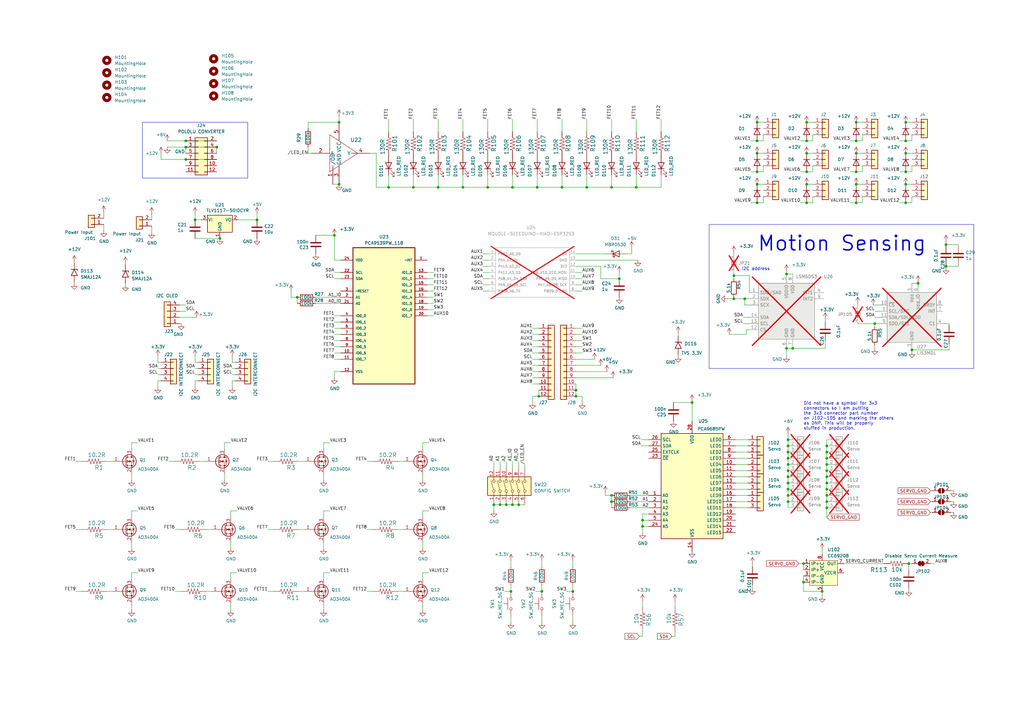
<source format=kicad_sch>
(kicad_sch (version 20230121) (generator eeschema)
  (paper "A3")
  (junction (at 76.2 65.405))
  (junction (at 387.985 100.33))
  (junction (at 283.845 165.1))
  (junction (at 250.825 76.835))
  (junction (at 330.835 83.185))
  (junction (at 323.215 203.2))
  (junction (at 200.025 76.835))
  (junction (at 330.835 57.785))
  (junction (at 88.9 60.325))
  (junction (at 351.155 70.485))
  (junction (at 339.09 200.66))
  (junction (at 339.09 187.96))
  (junction (at 310.515 57.785))
  (junction (at 205.105 207.01))
  (junction (at 351.155 62.865))
  (junction (at 371.475 62.865))
  (junction (at 387.985 109.22))
  (junction (at 305.435 122.555))
  (junction (at 339.09 195.58))
  (junction (at 330.835 62.865))
  (junction (at 358.775 132.715))
  (junction (at 220.98 162.56))
  (junction (at 330.835 50.165))
  (junction (at 263.525 215.9))
  (junction (at 310.515 50.165))
  (junction (at 209.55 242.57))
  (junction (at 339.09 193.04))
  (junction (at 139.065 75.565))
  (junction (at 159.385 76.835))
  (junction (at 121.92 121.92))
  (junction (at 263.525 213.36))
  (junction (at 210.185 207.01))
  (junction (at 250.825 205.74))
  (junction (at 371.475 57.785))
  (junction (at 323.215 185.42))
  (junction (at 139.065 50.165))
  (junction (at 330.835 75.565))
  (junction (at 371.475 70.485))
  (junction (at 300.99 122.555))
  (junction (at 236.22 162.56))
  (junction (at 207.645 207.01))
  (junction (at 339.09 198.12))
  (junction (at 300.99 113.03))
  (junction (at 310.515 62.865))
  (junction (at 371.475 75.565))
  (junction (at 76.2 57.785))
  (junction (at 339.09 182.88))
  (junction (at 310.515 75.565))
  (junction (at 339.09 203.2))
  (junction (at 254 114.3))
  (junction (at 351.155 83.185))
  (junction (at 250.825 203.2))
  (junction (at 323.215 198.12))
  (junction (at 322.58 112.395))
  (junction (at 220.345 76.835))
  (junction (at 137.16 96.52))
  (junction (at 202.565 207.01))
  (junction (at 179.705 76.835))
  (junction (at 236.22 160.02))
  (junction (at 90.17 97.79))
  (junction (at 339.09 190.5))
  (junction (at 351.155 75.565))
  (junction (at 323.215 187.96))
  (junction (at 329.565 231.14))
  (junction (at 230.505 76.835))
  (junction (at 374.015 143.51))
  (junction (at 372.745 231.14))
  (junction (at 323.215 200.66))
  (junction (at 323.215 193.04))
  (junction (at 234.95 242.57))
  (junction (at 105.41 90.17))
  (junction (at 323.215 205.74))
  (junction (at 376.555 116.205))
  (junction (at 351.155 57.785))
  (junction (at 80.01 90.17))
  (junction (at 325.12 142.875))
  (junction (at 351.155 50.165))
  (junction (at 323.215 182.88))
  (junction (at 329.565 238.76))
  (junction (at 371.475 83.185))
  (junction (at 240.665 76.835))
  (junction (at 339.09 205.74))
  (junction (at 323.215 180.34))
  (junction (at 337.185 242.57))
  (junction (at 323.215 195.58))
  (junction (at 339.09 185.42))
  (junction (at 323.215 190.5))
  (junction (at 310.515 83.185))
  (junction (at 212.725 207.01))
  (junction (at 330.835 70.485))
  (junction (at 189.865 76.835))
  (junction (at 310.515 70.485))
  (junction (at 210.185 76.835))
  (junction (at 76.2 60.325))
  (junction (at 222.25 242.57))
  (junction (at 339.09 208.28))
  (junction (at 371.475 50.165))
  (junction (at 260.985 76.835))
  (junction (at 169.545 76.835))
  (junction (at 322.58 142.875))
  (wire (pts (xy 238.76 114.3) (xy 236.22 114.3)))
  (wire (pts (xy 358.775 130.175) (xy 361.315 130.175)))
  (wire (pts (xy 330.835 62.865) (xy 333.375 62.865)))
  (wire (pts (xy 122.555 189.23) (xy 125.095 189.23)))
  (wire (pts (xy 209.55 229.87) (xy 209.55 232.41)))
  (wire (pts (xy 80.01 90.17) (xy 80.01 87.63)))
  (wire (pts (xy 173.355 181.61) (xy 173.355 184.15)))
  (wire (pts (xy 177.8 111.76) (xy 175.26 111.76)))
  (wire (pts (xy 376.555 116.205) (xy 376.555 117.475)))
  (wire (pts (xy 250.825 76.835) (xy 260.985 76.835)))
  (wire (pts (xy 276.86 260.985) (xy 275.59 260.985)))
  (wire (pts (xy 238.76 134.62) (xy 236.22 134.62)))
  (wire (pts (xy 126.365 50.165) (xy 126.365 52.705)))
  (wire (pts (xy 283.845 165.1) (xy 283.845 172.72)))
  (wire (pts (xy 163.195 217.17) (xy 165.735 217.17)))
  (wire (pts (xy 387.985 108.585) (xy 387.985 109.22)))
  (wire (pts (xy 218.44 162.56) (xy 218.44 165.1)))
  (wire (pts (xy 80.01 156.21) (xy 81.28 156.21)))
  (wire (pts (xy 43.815 242.57) (xy 46.355 242.57)))
  (wire (pts (xy 198.12 104.14) (xy 200.66 104.14)))
  (wire (pts (xy 236.22 106.68) (xy 261.62 106.68)))
  (wire (pts (xy 353.695 57.785) (xy 353.695 55.245)))
  (wire (pts (xy 322.58 112.395) (xy 325.12 112.395)))
  (wire (pts (xy 179.705 48.895) (xy 179.705 53.975)))
  (wire (pts (xy 306.705 205.74) (xy 301.625 205.74)))
  (wire (pts (xy 371.475 70.485) (xy 374.015 70.485)))
  (wire (pts (xy 306.705 195.58) (xy 301.625 195.58)))
  (wire (pts (xy 250.825 205.74) (xy 250.825 208.28)))
  (wire (pts (xy 210.185 189.23) (xy 210.185 191.77)))
  (wire (pts (xy -100.33 145.415) (xy -100.33 146.685)))
  (wire (pts (xy 53.975 209.55) (xy 53.975 212.09)))
  (wire (pts (xy 339.09 187.96) (xy 339.09 190.5)))
  (wire (pts (xy 358.775 127.635) (xy 361.315 127.635)))
  (wire (pts (xy 323.215 180.34) (xy 323.215 182.88)))
  (wire (pts (xy 371.475 75.565) (xy 374.015 75.565)))
  (wire (pts (xy 219.71 242.57) (xy 222.25 242.57)))
  (wire (pts (xy 137.16 114.3) (xy 139.7 114.3)))
  (wire (pts (xy 200.025 71.755) (xy 200.025 76.835)))
  (wire (pts (xy 338.455 130.81) (xy 338.455 132.08)))
  (wire (pts (xy 64.77 151.13) (xy 66.04 151.13)))
  (wire (pts (xy 205.105 189.23) (xy 205.105 191.77)))
  (wire (pts (xy 30.48 115.57) (xy 30.48 116.205)))
  (wire (pts (xy 322.58 142.875) (xy 325.12 142.875)))
  (wire (pts (xy 393.065 100.33) (xy 393.065 100.965)))
  (wire (pts (xy 122.555 242.57) (xy 125.095 242.57)))
  (wire (pts (xy 121.92 121.92) (xy 121.92 124.46)))
  (wire (pts (xy 310.515 50.165) (xy 313.055 50.165)))
  (wire (pts (xy 310.515 83.185) (xy 313.055 83.185)))
  (wire (pts (xy 64.77 156.21) (xy 64.77 158.75)))
  (wire (pts (xy 389.255 140.97) (xy 389.255 143.51)))
  (wire (pts (xy 328.295 70.485) (xy 330.835 70.485)))
  (wire (pts (xy 276.225 165.1) (xy 283.845 165.1)))
  (wire (pts (xy 64.77 153.67) (xy 66.04 153.67)))
  (wire (pts (xy 137.16 142.24) (xy 139.7 142.24)))
  (wire (pts (xy 73.66 130.175) (xy 80.645 130.175)))
  (wire (pts (xy 236.22 147.32) (xy 243.84 147.32)))
  (wire (pts (xy -88.9 132.715) (xy -90.17 132.715)))
  (wire (pts (xy 173.355 196.85) (xy 173.355 194.31)))
  (wire (pts (xy 259.08 101.6) (xy 259.08 104.14)))
  (wire (pts (xy 310.515 70.485) (xy 313.055 70.485)))
  (wire (pts (xy 246.38 109.22) (xy 246.38 114.3)))
  (wire (pts (xy 271.145 48.895) (xy 271.145 53.975)))
  (wire (pts (xy 258.445 208.28) (xy 266.065 208.28)))
  (wire (pts (xy 322.58 142.875) (xy 322.58 146.05)))
  (wire (pts (xy 53.975 181.61) (xy 56.515 181.61)))
  (wire (pts (xy 387.985 109.22) (xy 387.985 109.855)))
  (wire (pts (xy 351.155 70.485) (xy 353.695 70.485)))
  (wire (pts (xy 306.705 198.12) (xy 301.625 198.12)))
  (wire (pts (xy 177.8 124.46) (xy 175.26 124.46)))
  (wire (pts (xy 339.09 205.74) (xy 339.09 208.28)))
  (wire (pts (xy 76.2 65.405) (xy 88.9 65.405)))
  (wire (pts (xy 80.01 156.21) (xy 80.01 158.75)))
  (wire (pts (xy 189.865 71.755) (xy 189.865 76.835)))
  (wire (pts (xy 374.015 116.205) (xy 374.015 117.475)))
  (wire (pts (xy 136.525 75.565) (xy 139.065 75.565)))
  (wire (pts (xy 163.195 242.57) (xy 165.735 242.57)))
  (wire (pts (xy 200.025 48.895) (xy 200.025 53.975)))
  (wire (pts (xy 236.22 109.22) (xy 246.38 109.22)))
  (wire (pts (xy 278.13 136.525) (xy 278.13 137.795)))
  (wire (pts (xy 198.12 119.38) (xy 200.66 119.38)))
  (wire (pts (xy 308.61 231.14) (xy 308.61 232.41)))
  (wire (pts (xy 263.525 215.9) (xy 263.525 218.44)))
  (wire (pts (xy 258.445 203.2) (xy 266.065 203.2)))
  (wire (pts (xy 372.745 231.14) (xy 372.745 233.68)))
  (wire (pts (xy 371.475 62.865) (xy 374.015 62.865)))
  (wire (pts (xy 330.835 50.165) (xy 333.375 50.165)))
  (wire (pts (xy 210.185 48.895) (xy 210.185 53.975)))
  (wire (pts (xy 358.775 132.715) (xy 358.775 133.985)))
  (wire (pts (xy 177.8 116.84) (xy 175.26 116.84)))
  (wire (pts (xy 263.525 213.36) (xy 263.525 215.9)))
  (wire (pts (xy 66.04 62.865) (xy 66.04 65.405)))
  (wire (pts (xy 92.075 196.85) (xy 92.075 194.31)))
  (wire (pts (xy 218.44 152.4) (xy 220.98 152.4)))
  (wire (pts (xy 236.22 162.56) (xy 238.76 162.56)))
  (wire (pts (xy 218.44 149.86) (xy 220.98 149.86)))
  (wire (pts (xy 313.055 83.185) (xy 313.055 80.645)))
  (wire (pts (xy 323.215 195.58) (xy 323.215 198.12)))
  (wire (pts (xy 230.505 76.835) (xy 240.665 76.835)))
  (wire (pts (xy 95.25 146.05) (xy 95.25 148.59)))
  (wire (pts (xy 263.525 260.985) (xy 262.255 260.985)))
  (wire (pts (xy 330.835 75.565) (xy 333.375 75.565)))
  (wire (pts (xy 323.215 182.88) (xy 323.215 185.42)))
  (wire (pts (xy 339.09 203.2) (xy 339.09 205.74)))
  (wire (pts (xy 177.8 119.38) (xy 175.26 119.38)))
  (wire (pts (xy 330.835 57.785) (xy 333.375 57.785)))
  (wire (pts (xy 159.385 48.895) (xy 159.385 53.975)))
  (wire (pts (xy 88.9 60.325) (xy 88.9 62.865)))
  (wire (pts (xy 278.13 145.415) (xy 278.13 146.05)))
  (wire (pts (xy 218.44 147.32) (xy 220.98 147.32)))
  (wire (pts (xy 64.77 148.59) (xy 66.04 148.59)))
  (wire (pts (xy 109.855 217.17) (xy 112.395 217.17)))
  (wire (pts (xy 132.715 234.95) (xy 132.715 237.49)))
  (wire (pts (xy 76.2 127.635) (xy 73.66 127.635)))
  (wire (pts (xy 387.985 100.33) (xy 387.985 100.965)))
  (wire (pts (xy 189.865 76.835) (xy 200.025 76.835)))
  (wire (pts (xy 339.09 193.04) (xy 339.09 195.58)))
  (wire (pts (xy 300.99 103.505) (xy 300.99 104.14)))
  (wire (pts (xy 339.09 182.88) (xy 339.09 185.42)))
  (wire (pts (xy 307.975 70.485) (xy 310.515 70.485)))
  (wire (pts (xy 323.215 205.74) (xy 323.215 208.28)))
  (wire (pts (xy 307.34 135.255) (xy 306.07 135.255)))
  (wire (pts (xy 333.375 57.785) (xy 333.375 55.245)))
  (wire (pts (xy 346.075 231.14) (xy 362.585 231.14)))
  (wire (pts (xy 307.34 125.095) (xy 305.435 125.095)))
  (wire (pts (xy 169.545 48.895) (xy 169.545 53.975)))
  (wire (pts (xy 189.865 48.895) (xy 189.865 53.975)))
  (wire (pts (xy 337.185 225.425) (xy 337.185 227.33)))
  (wire (pts (xy 218.44 139.7) (xy 220.98 139.7)))
  (wire (pts (xy 260.985 76.835) (xy 271.145 76.835)))
  (wire (pts (xy 218.44 154.94) (xy 220.98 154.94)))
  (wire (pts (xy 271.145 71.755) (xy 271.145 76.835)))
  (wire (pts (xy 94.615 224.79) (xy 94.615 222.25)))
  (wire (pts (xy -33.655 123.19) (xy -33.655 125.095)))
  (wire (pts (xy 137.16 132.08) (xy 139.7 132.08)))
  (wire (pts (xy 173.355 234.95) (xy 175.895 234.95)))
  (wire (pts (xy 236.22 104.14) (xy 248.92 104.14)))
  (wire (pts (xy 248.285 203.2) (xy 250.825 203.2)))
  (wire (pts (xy 94.615 209.55) (xy 97.155 209.55)))
  (wire (pts (xy 323.215 193.04) (xy 323.215 195.58)))
  (wire (pts (xy 339.09 195.58) (xy 339.09 198.12)))
  (wire (pts (xy 306.705 200.66) (xy 301.625 200.66)))
  (wire (pts (xy 351.79 124.46) (xy 351.79 125.095)))
  (wire (pts (xy 129.54 96.52) (xy 137.16 96.52)))
  (wire (pts (xy 298.45 122.555) (xy 300.99 122.555)))
  (wire (pts (xy 263.525 210.82) (xy 263.525 213.36)))
  (wire (pts (xy 358.775 132.715) (xy 361.315 132.715)))
  (wire (pts (xy 94.615 234.95) (xy 97.155 234.95)))
  (wire (pts (xy 330.835 70.485) (xy 333.375 70.485)))
  (wire (pts (xy 42.545 86.995) (xy 42.545 89.535)))
  (wire (pts (xy 163.195 189.23) (xy 165.735 189.23)))
  (wire (pts (xy 150.495 242.57) (xy 153.035 242.57)))
  (wire (pts (xy 371.475 83.185) (xy 374.015 83.185)))
  (wire (pts (xy 173.355 234.95) (xy 173.355 237.49)))
  (wire (pts (xy 236.22 152.4) (xy 248.92 152.4)))
  (wire (pts (xy 97.79 90.17) (xy 105.41 90.17)))
  (wire (pts (xy 62.23 92.71) (xy 62.23 95.25)))
  (wire (pts (xy 299.085 137.16) (xy 306.07 137.16)))
  (wire (pts (xy 339.09 180.34) (xy 339.09 182.88)))
  (wire (pts (xy 338.455 142.875) (xy 325.12 142.875)))
  (wire (pts (xy 338.455 139.7) (xy 338.455 142.875)))
  (wire (pts (xy 215.265 190.5) (xy 215.265 191.77)))
  (wire (pts (xy 139.065 47.625) (xy 139.065 50.165)))
  (wire (pts (xy 76.2 125.095) (xy 73.66 125.095)))
  (wire (pts (xy 263.525 210.82) (xy 266.065 210.82)))
  (wire (pts (xy 329.565 242.57) (xy 337.185 242.57)))
  (wire (pts (xy 92.075 181.61) (xy 92.075 184.15)))
  (wire (pts (xy -67.31 145.415) (xy -67.31 146.685)))
  (wire (pts (xy 81.915 189.23) (xy 84.455 189.23)))
  (wire (pts (xy 132.715 250.19) (xy 132.715 247.65)))
  (wire (pts (xy 31.115 189.23) (xy 33.655 189.23)))
  (wire (pts (xy 260.985 71.755) (xy 260.985 76.835)))
  (wire (pts (xy 177.8 127) (xy 175.26 127)))
  (wire (pts (xy 64.77 156.21) (xy 66.04 156.21)))
  (wire (pts (xy 64.77 146.05) (xy 64.77 148.59)))
  (wire (pts (xy -67.31 123.19) (xy -67.31 125.095)))
  (wire (pts (xy 387.985 109.22) (xy 393.065 109.22)))
  (wire (pts (xy 43.815 189.23) (xy 46.355 189.23)))
  (wire (pts (xy 80.01 97.79) (xy 90.17 97.79)))
  (wire (pts (xy 177.8 114.3) (xy 175.26 114.3)))
  (wire (pts (xy 381.635 210.185) (xy 382.27 210.185)))
  (wire (pts (xy -45.085 132.715) (xy -43.815 132.715)))
  (wire (pts (xy 372.745 241.935) (xy 372.745 241.3)))
  (wire (pts (xy 351.155 83.185) (xy 353.695 83.185)))
  (wire (pts (xy 154.305 76.835) (xy 159.385 76.835)))
  (wire (pts (xy 262.89 182.88) (xy 266.065 182.88)))
  (wire (pts (xy 348.615 57.785) (xy 351.155 57.785)))
  (wire (pts (xy 391.16 205.74) (xy 389.89 205.74)))
  (wire (pts (xy 310.515 62.865) (xy 313.055 62.865)))
  (wire (pts (xy 307.34 120.015) (xy 307.34 113.03)))
  (wire (pts (xy 218.44 162.56) (xy 220.98 162.56)))
  (wire (pts (xy 95.25 153.67) (xy 96.52 153.67)))
  (wire (pts (xy 300.99 122.555) (xy 305.435 122.555)))
  (wire (pts (xy 218.44 137.16) (xy 220.98 137.16)))
  (wire (pts (xy 387.985 99.06) (xy 387.985 100.33)))
  (wire (pts (xy 263.525 213.36) (xy 266.065 213.36)))
  (wire (pts (xy 95.25 156.21) (xy 95.25 158.75)))
  (wire (pts (xy 307.975 83.185) (xy 310.515 83.185)))
  (wire (pts (xy 126.365 62.865) (xy 127.635 62.865)))
  (wire (pts (xy -55.88 132.715) (xy -57.15 132.715)))
  (wire (pts (xy 109.855 189.23) (xy 112.395 189.23)))
  (wire (pts (xy 137.16 144.78) (xy 139.7 144.78)))
  (wire (pts (xy 137.16 152.4) (xy 139.7 152.4)))
  (wire (pts (xy 126.365 60.325) (xy 126.365 62.865)))
  (wire (pts (xy 236.22 149.86) (xy 246.38 149.86)))
  (wire (pts (xy 198.12 109.22) (xy 200.66 109.22)))
  (wire (pts (xy 381.635 205.74) (xy 382.27 205.74)))
  (wire (pts (xy 173.355 209.55) (xy 173.355 212.09)))
  (wire (pts (xy 42.545 92.075) (xy 42.545 94.615)))
  (wire (pts (xy 209.55 240.03) (xy 209.55 242.57)))
  (wire (pts (xy 306.705 187.96) (xy 301.625 187.96)))
  (wire (pts (xy 323.215 177.8) (xy 323.215 180.34)))
  (wire (pts (xy 353.695 70.485) (xy 353.695 67.945)))
  (wire (pts (xy 238.76 119.38) (xy 236.22 119.38)))
  (wire (pts (xy 306.705 208.28) (xy 301.625 208.28)))
  (wire (pts (xy 276.86 259.08) (xy 276.86 260.985)))
  (wire (pts (xy 68.58 57.785) (xy 76.2 57.785)))
  (wire (pts (xy 173.355 224.79) (xy 173.355 222.25)))
  (wire (pts (xy 119.38 121.92) (xy 121.92 121.92)))
  (wire (pts (xy 310.515 57.785) (xy 313.055 57.785)))
  (wire (pts (xy 306.705 193.04) (xy 301.625 193.04)))
  (wire (pts (xy 220.98 160.02) (xy 220.98 162.56)))
  (wire (pts (xy 53.975 196.85) (xy 53.975 194.31)))
  (wire (pts (xy 250.825 203.2) (xy 250.825 205.74)))
  (wire (pts (xy 306.705 180.34) (xy 301.625 180.34)))
  (wire (pts (xy 31.115 217.17) (xy 33.655 217.17)))
  (wire (pts (xy 323.215 203.2) (xy 323.215 205.74)))
  (wire (pts (xy 30.48 107.315) (xy 30.48 107.95)))
  (wire (pts (xy 351.155 50.165) (xy 353.695 50.165)))
  (wire (pts (xy 248.285 201.93) (xy 248.285 203.2)))
  (wire (pts (xy 333.375 83.185) (xy 333.375 80.645)))
  (wire (pts (xy 306.705 182.88) (xy 301.625 182.88)))
  (wire (pts (xy 262.89 180.34) (xy 266.065 180.34)))
  (wire (pts (xy 339.09 198.12) (xy 339.09 200.66)))
  (wire (pts (xy 238.76 111.76) (xy 236.22 111.76)))
  (wire (pts (xy 307.975 57.785) (xy 310.515 57.785)))
  (wire (pts (xy 95.25 148.59) (xy 96.52 148.59)))
  (wire (pts (xy 53.975 234.95) (xy 56.515 234.95)))
  (wire (pts (xy 132.715 234.95) (xy 135.255 234.95)))
  (wire (pts (xy 129.54 121.92) (xy 139.7 121.92)))
  (wire (pts (xy 351.155 57.785) (xy 353.695 57.785)))
  (wire (pts (xy 238.76 144.78) (xy 236.22 144.78)))
  (wire (pts (xy 210.185 207.01) (xy 212.725 207.01)))
  (wire (pts (xy 154.305 62.865) (xy 154.305 76.835)))
  (wire (pts (xy 137.16 137.16) (xy 139.7 137.16)))
  (wire (pts (xy 329.565 231.14) (xy 329.565 233.68)))
  (wire (pts (xy 76.2 57.785) (xy 88.9 57.785)))
  (wire (pts (xy 82.55 90.17) (xy 80.01 90.17)))
  (wire (pts (xy 391.16 201.295) (xy 389.89 201.295)))
  (wire (pts (xy 151.765 62.865) (xy 154.305 62.865)))
  (wire (pts (xy 234.95 240.03) (xy 234.95 242.57)))
  (wire (pts (xy 246.38 114.3) (xy 254 114.3)))
  (wire (pts (xy 109.855 242.57) (xy 112.395 242.57)))
  (wire (pts (xy 126.365 50.165) (xy 139.065 50.165)))
  (wire (pts (xy 258.445 205.74) (xy 266.065 205.74)))
  (wire (pts (xy 80.01 151.13) (xy 81.28 151.13)))
  (wire (pts (xy 173.355 181.61) (xy 175.895 181.61)))
  (wire (pts (xy 351.155 62.865) (xy 353.695 62.865)))
  (wire (pts (xy 376.555 115.57) (xy 376.555 116.205)))
  (wire (pts (xy 389.255 132.715) (xy 389.255 133.35)))
  (wire (pts (xy 304.8 132.715) (xy 307.34 132.715)))
  (wire (pts (xy 238.76 142.24) (xy 236.22 142.24)))
  (wire (pts (xy 74.295 132.715) (xy 73.66 132.715)))
  (wire (pts (xy 66.04 65.405) (xy 76.2 65.405)))
  (wire (pts (xy 218.44 142.24) (xy 220.98 142.24)))
  (wire (pts (xy 212.725 207.01) (xy 215.265 207.01)))
  (wire (pts (xy 220.345 76.835) (xy 230.505 76.835)))
  (wire (pts (xy 173.355 250.19) (xy 173.355 247.65)))
  (wire (pts (xy 368.935 70.485) (xy 371.475 70.485)))
  (wire (pts (xy 260.985 48.895) (xy 260.985 53.975)))
  (wire (pts (xy 76.2 60.325) (xy 76.2 62.865)))
  (wire (pts (xy 387.985 100.33) (xy 393.065 100.33)))
  (wire (pts (xy 323.215 187.96) (xy 323.215 190.5)))
  (wire (pts (xy 220.345 48.895) (xy 220.345 53.975)))
  (wire (pts (xy 119.38 119.38) (xy 119.38 121.92)))
  (wire (pts (xy 329.565 238.76) (xy 329.565 242.57)))
  (wire (pts (xy 323.215 200.66) (xy 323.215 203.2)))
  (wire (pts (xy 236.22 160.02) (xy 236.22 162.56)))
  (wire (pts (xy 256.54 104.14) (xy 259.08 104.14)))
  (wire (pts (xy 386.715 132.715) (xy 389.255 132.715)))
  (wire (pts (xy 307.34 113.03) (xy 300.99 113.03)))
  (wire (pts (xy 305.435 122.555) (xy 307.34 122.555)))
  (wire (pts (xy 169.545 76.835) (xy 179.705 76.835)))
  (wire (pts (xy 53.975 181.61) (xy 53.975 184.15)))
  (wire (pts (xy 80.01 148.59) (xy 81.28 148.59)))
  (wire (pts (xy 205.105 207.01) (xy 207.645 207.01)))
  (wire (pts (xy 374.015 143.51) (xy 374.015 144.145)))
  (wire (pts (xy 80.01 153.67) (xy 81.28 153.67)))
  (wire (pts (xy 330.835 83.185) (xy 333.375 83.185)))
  (wire (pts (xy 69.215 189.23) (xy 71.755 189.23)))
  (wire (pts (xy 250.825 48.895) (xy 250.825 53.975)))
  (wire (pts (xy 177.8 129.54) (xy 175.26 129.54)))
  (wire (pts (xy 177.8 121.92) (xy 175.26 121.92)))
  (wire (pts (xy 327.66 231.14) (xy 329.565 231.14)))
  (wire (pts (xy 95.25 151.13) (xy 96.52 151.13)))
  (wire (pts (xy 351.155 75.565) (xy 353.695 75.565)))
  (wire (pts (xy 207.645 207.01) (xy 210.185 207.01)))
  (wire (pts (xy 202.565 207.01) (xy 205.105 207.01)))
  (wire (pts (xy 339.09 200.66) (xy 339.09 203.2)))
  (wire (pts (xy 53.975 234.95) (xy 53.975 237.49)))
  (wire (pts (xy 351.79 132.715) (xy 358.775 132.715)))
  (wire (pts (xy 129.54 124.46) (xy 139.7 124.46)))
  (wire (pts (xy 238.76 137.16) (xy 236.22 137.16)))
  (wire (pts (xy 53.975 224.79) (xy 53.975 222.25)))
  (wire (pts (xy 218.44 134.62) (xy 220.98 134.62)))
  (wire (pts (xy 371.475 57.785) (xy 374.015 57.785)))
  (wire (pts (xy 339.09 185.42) (xy 339.09 187.96)))
  (wire (pts (xy 71.755 217.17) (xy 74.295 217.17)))
  (wire (pts (xy 132.715 196.85) (xy 132.715 194.31)))
  (wire (pts (xy 328.295 57.785) (xy 330.835 57.785)))
  (wire (pts (xy 137.16 139.7) (xy 139.7 139.7)))
  (wire (pts (xy 198.12 114.3) (xy 200.66 114.3)))
  (wire (pts (xy 68.58 60.325) (xy 76.2 60.325)))
  (wire (pts (xy 306.07 135.255) (xy 306.07 137.16)))
  (wire (pts (xy 306.705 190.5) (xy 301.625 190.5)))
  (wire (pts (xy 137.16 111.76) (xy 139.7 111.76)))
  (wire (pts (xy 328.295 83.185) (xy 330.835 83.185)))
  (wire (pts (xy 322.58 111.125) (xy 322.58 112.395)))
  (wire (pts (xy 92.075 181.61) (xy 94.615 181.61)))
  (wire (pts (xy 132.715 209.55) (xy 135.255 209.55)))
  (wire (pts (xy 137.16 147.32) (xy 139.7 147.32)))
  (wire (pts (xy 374.015 57.785) (xy 374.015 55.245)))
  (wire (pts (xy 300.99 113.03) (xy 300.99 114.3)))
  (wire (pts (xy 381.635 201.295) (xy 382.27 201.295)))
  (wire (pts (xy 374.015 70.485) (xy 374.015 67.945)))
  (wire (pts (xy 159.385 71.755) (xy 159.385 76.835)))
  (wire (pts (xy 202.565 207.01) (xy 202.565 209.55)))
  (wire (pts (xy 368.935 83.185) (xy 371.475 83.185)))
  (wire (pts (xy 43.815 217.17) (xy 46.355 217.17)))
  (wire (pts (xy 150.495 217.17) (xy 153.035 217.17)))
  (wire (pts (xy 371.475 50.165) (xy 374.015 50.165)))
  (wire (pts (xy 250.825 71.755) (xy 250.825 76.835)))
  (wire (pts (xy 150.495 189.23) (xy 153.035 189.23)))
  (wire (pts (xy 236.22 154.94) (xy 251.46 154.94)))
  (wire (pts (xy 372.745 231.14) (xy 374.015 231.14)))
  (wire (pts (xy 198.12 111.76) (xy 200.66 111.76)))
  (wire (pts (xy 313.055 57.785) (xy 313.055 55.245)))
  (wire (pts (xy 207.645 189.23) (xy 207.645 191.77)))
  (wire (pts (xy 179.705 76.835) (xy 189.865 76.835)))
  (wire (pts (xy 333.375 70.485) (xy 333.375 67.945)))
  (wire (pts (xy 137.16 134.62) (xy 139.7 134.62)))
  (wire (pts (xy 306.705 185.42) (xy 301.625 185.42)))
  (wire (pts (xy 202.565 189.23) (xy 202.565 191.77)))
  (wire (pts (xy 230.505 71.755) (xy 230.505 76.835)))
  (wire (pts (xy 137.16 152.4) (xy 137.16 154.94)))
  (wire (pts (xy 238.76 162.56) (xy 238.76 165.1)))
  (wire (pts (xy 323.215 185.42) (xy 323.215 187.96)))
  (wire (pts (xy 353.695 83.185) (xy 353.695 80.645)))
  (wire (pts (xy 210.185 71.755) (xy 210.185 76.835)))
  (wire (pts (xy 300.99 111.76) (xy 300.99 113.03)))
  (wire (pts (xy 232.41 242.57) (xy 234.95 242.57)))
  (wire (pts (xy 179.705 71.755) (xy 179.705 76.835)))
  (wire (pts (xy 234.95 252.73) (xy 234.95 255.27)))
  (wire (pts (xy 305.435 125.095) (xy 305.435 122.555)))
  (wire (pts (xy 276.86 246.38) (xy 276.86 248.92)))
  (wire (pts (xy 132.715 181.61) (xy 132.715 184.15)))
  (wire (pts (xy 31.115 242.57) (xy 33.655 242.57)))
  (wire (pts (xy -22.225 132.715) (xy -23.495 132.715)))
  (wire (pts (xy 218.44 144.78) (xy 220.98 144.78)))
  (wire (pts (xy 339.09 190.5) (xy 339.09 193.04)))
  (wire (pts (xy 94.615 234.95) (xy 94.615 237.49)))
  (wire (pts (xy 198.12 106.68) (xy 200.66 106.68)))
  (wire (pts (xy 263.525 246.38) (xy 263.525 248.92)))
  (wire (pts (xy 84.455 217.17) (xy 86.995 217.17)))
  (wire (pts (xy 234.95 229.87) (xy 234.95 232.41)))
  (wire (pts (xy 300.99 121.92) (xy 300.99 122.555)))
  (wire (pts (xy 132.715 209.55) (xy 132.715 212.09)))
  (wire (pts (xy 240.665 48.895) (xy 240.665 53.975)))
  (wire (pts (xy 337.185 242.57) (xy 337.185 244.475)))
  (wire (pts (xy 198.12 116.84) (xy 200.66 116.84)))
  (wire (pts (xy 374.015 143.51) (xy 389.255 143.51)))
  (wire (pts (xy 329.565 236.22) (xy 329.565 238.76)))
  (wire (pts (xy 95.25 156.21) (xy 96.52 156.21)))
  (wire (pts (xy 368.935 57.785) (xy 371.475 57.785)))
  (wire (pts (xy 236.22 157.48) (xy 236.22 160.02)))
  (wire (pts (xy 304.8 130.175) (xy 307.34 130.175)))
  (wire (pts (xy 238.76 116.84) (xy 236.22 116.84)))
  (wire (pts (xy 361.315 125.095) (xy 358.14 125.095)))
  (wire (pts (xy 84.455 242.57) (xy 86.995 242.57)))
  (wire (pts (xy 210.185 76.835) (xy 220.345 76.835)))
  (wire (pts (xy 169.545 71.755) (xy 169.545 76.835)))
  (wire (pts (xy -33.655 145.415) (xy -33.655 146.685)))
  (wire (pts (xy 159.385 76.835) (xy 169.545 76.835)))
  (wire (pts (xy 374.015 116.205) (xy 376.555 116.205)))
  (wire (pts (xy 209.55 252.73) (xy 209.55 255.27)))
  (wire (pts (xy 122.555 217.17) (xy 125.095 217.17)))
  (wire (pts (xy 263.525 215.9) (xy 266.065 215.9)))
  (wire (pts (xy 137.16 106.68) (xy 139.7 106.68)))
  (wire (pts (xy 313.055 70.485) (xy 313.055 67.945)))
  (wire (pts (xy 212.725 189.23) (xy 212.725 191.77)))
  (wire (pts (xy 240.665 71.755) (xy 240.665 76.835)))
  (wire (pts (xy 238.76 139.7) (xy 236.22 139.7)))
  (wire (pts (xy -100.33 123.19) (xy -100.33 125.095)))
  (wire (pts (xy 173.355 209.55) (xy 175.895 209.55)))
  (wire (pts (xy -78.74 132.715) (xy -77.47 132.715)))
  (wire (pts (xy 94.615 209.55) (xy 94.615 212.09)))
  (wire (pts (xy 358.775 141.605) (xy 358.775 142.875)))
  (wire (pts (xy 222.25 229.87) (xy 222.25 232.41)))
  (wire (pts (xy 137.16 96.52) (xy 137.16 106.68)))
  (wire (pts (xy 105.41 90.17) (xy 105.41 87.63)))
  (wire (pts (xy 218.44 157.48) (xy 220.98 157.48)))
  (wire (pts (xy 348.615 70.485) (xy 351.155 70.485)))
  (wire (pts (xy 391.16 210.185) (xy 389.89 210.185)))
  (wire (pts (xy 132.715 181.61) (xy 135.255 181.61)))
  (wire (pts (xy 306.705 203.2) (xy 301.625 203.2)))
  (wire (pts (xy 76.2 60.325) (xy 88.9 60.325)))
  (wire (pts (xy 283.845 165.1) (xy 283.845 164.465)))
  (wire (pts (xy 137.16 129.54) (xy 139.7 129.54)))
  (wire (pts (xy 348.615 83.185) (xy 351.155 83.185)))
  (wire (pts (xy 374.015 83.185) (xy 374.015 80.645)))
  (wire (pts (xy 308.61 240.03) (xy 308.61 241.3)))
  (wire (pts (xy 53.975 209.55) (xy 56.515 209.55)))
  (wire (pts (xy 230.505 48.895) (xy 230.505 53.975)))
  (wire (pts (xy 383.54 231.14) (xy 381.635 231.14)))
  (wire (pts (xy 71.755 242.57) (xy 74.295 242.57)))
  (wire (pts (xy 220.345 71.755) (xy 220.345 76.835)))
  (wire (pts (xy 222.25 252.73) (xy 222.25 255.27)))
  (wire (pts (xy 207.01 242.57) (xy 209.55 242.57)))
  (wire (pts (xy 263.525 259.08) (xy 263.525 260.985)))
  (wire (pts (xy 132.715 224.79) (xy 132.715 222.25)))
  (wire (pts (xy 62.23 87.63) (xy 62.23 90.17)))
  (wire (pts (xy 254 111.76) (xy 254 114.3)))
  (wire (pts (xy 222.25 240.03) (xy 222.25 242.57)))
  (wire (pts (xy 51.435 107.95) (xy 51.435 108.585)))
  (wire (pts (xy 200.025 76.835) (xy 210.185 76.835)))
  (wire (pts (xy 51.435 116.205) (xy 51.435 116.84)))
  (wire (pts (xy 80.01 146.05) (xy 80.01 148.59)))
  (wire (pts (xy 240.665 76.835) (xy 250.825 76.835)))
  (wire (pts (xy 374.015 142.875) (xy 374.015 143.51)))
  (wire (pts (xy 323.215 198.12) (xy 323.215 200.66)))
  (wire (pts (xy 53.975 250.19) (xy 53.975 247.65)))
  (wire (pts (xy -111.76 132.715) (xy -110.49 132.715)))
  (wire (pts (xy 323.215 190.5) (xy 323.215 193.04)))
  (wire (pts (xy 393.065 108.585) (xy 393.065 109.22)))
  (wire (pts (xy 339.09 208.28) (xy 339.09 212.09)))
  (wire (pts (xy 310.515 75.565) (xy 313.055 75.565)))
  (wire (pts (xy 94.615 250.19) (xy 94.615 247.65)))
  (rectangle (start 58.42 50.165) (end 101.6 73.025))
  (rectangle (start 290.83 92.075) (end 399.415 151.13))
  (text "Did not have a symbol for 3x3\nconnectors so I am putting\nthe 3x3 connector part number\non J102-105 and marking the others\nas DNP. This will be properly\nstuffed in production." (at 329.565 176.53 0) (effects (font (size 1.27 1.27)) (justify left bottom)))
  (text "I2C address" (at 304.165 111.125 0) (effects (font (size 1.27 1.27)) (justify left bottom)))
  (text "Motion Sensing" (at 310.515 103.505 0) (effects (font (size 6 6) (thickness 0.6) bold) (justify left bottom)))
  (label "FET1" (at 159.385 48.895 90))
  (label "FET8" (at 230.505 48.895 90))
  (label "SCL" (at -88.9 132.715 0))
  (label "VALVE9" (at 56.515 234.95 0))
  (label "VALVE6" (at 328.295 70.485 180))
  (label "FET4" (at 150.495 189.23 180))
  (label "SDA" (at -45.085 132.715 180))
  (label "VALVE4" (at 175.895 181.61 0))
  (label "VALVE5" (at 56.515 209.55 0))
  (label "SCL" (at 262.89 180.34 180))
  (label "FET2" (at 69.215 189.23 180))
  (label "AUX8" (at 238.76 116.84 0))
  (label "A0" (at 263.525 203.2 0))
  (label "A2" (at 263.525 208.28 0))
  (label "VALVE12" (at 175.895 234.95 0))
  (label "AUX6" (at 218.44 152.4 180))
  (label "A2" (at 207.645 189.23 90))
  (label "SW3" (at 177.8 127 0))
  (label "{slash}LED_EN" (at 126.365 62.865 180))
  (label "FET8" (at 150.495 217.17 180))
  (label "FET9" (at 240.665 48.895 90))
  (label "AUX2" (at 198.12 106.68 180))
  (label "FET11" (at 177.8 116.84 0))
  (label "A0_IO" (at 212.725 189.23 90))
  (label "VALVE7" (at 348.615 70.485 180))
  (label "FET6" (at 210.185 48.895 90))
  (label "A1" (at 205.105 189.23 90))
  (label "FET3" (at 109.855 189.23 180))
  (label "AUX5" (at 218.44 149.86 180))
  (label "VALVE6" (at 97.155 209.55 0))
  (label "SDA" (at 358.775 130.175 180))
  (label "SW3" (at 238.76 144.78 0))
  (label "VALVE12" (at 368.935 83.185 180))
  (label "VALVE8" (at 368.935 70.485 180))
  (label "A1" (at 263.525 205.74 0))
  (label "AUX1" (at 218.44 134.62 180))
  (label "{slash}LED_EN" (at 215.265 190.5 90))
  (label "AUX4" (at 218.44 142.24 180))
  (label "SW2" (at 177.8 124.46 0))
  (label "AUX2" (at 218.44 137.16 180))
  (label "SW1" (at 177.8 121.92 0))
  (label "SCL" (at 64.77 153.67 180))
  (label "AUX3" (at 198.12 109.22 180))
  (label "FET7" (at 220.345 48.895 90))
  (label "FET7" (at 109.855 217.17 180))
  (label "FET10" (at 71.755 242.57 180))
  (label "AUX7" (at 238.76 114.3 0))
  (label "SDA" (at 262.89 182.88 180))
  (label "AUX8" (at 218.44 157.48 180))
  (label "FET10" (at 177.8 114.3 0))
  (label "FET12" (at 177.8 119.38 0))
  (label "FET1" (at 137.16 129.54 180))
  (label "FET12" (at 271.145 48.895 90))
  (label "SCL" (at 80.01 153.67 180))
  (label "FET2" (at 169.545 48.895 90))
  (label "FET5" (at 200.025 48.895 90))
  (label "SCL" (at -22.225 132.715 0))
  (label "AUX5" (at 198.12 119.38 180))
  (label "FET11" (at 109.855 242.57 180))
  (label "FET3" (at 179.705 48.895 90))
  (label "SDA" (at 198.12 114.3 180))
  (label "SCL" (at 218.44 147.32 180))
  (label "SCL" (at 304.8 132.715 180))
  (label "AUX10" (at 238.76 137.16 0))
  (label "A0" (at 202.565 189.23 90))
  (label "VALVE5" (at 307.975 70.485 180))
  (label "SCL" (at 358.775 127.635 180))
  (label "FET5" (at 31.115 217.17 180))
  (label "AUX9" (at 238.76 134.62 0))
  (label "VALVE8" (at 175.895 209.55 0))
  (label "FET4" (at 137.16 137.16 180))
  (label "SDA" (at -78.74 132.715 180))
  (label "FET6" (at 71.755 217.17 180))
  (label "SDA" (at -111.76 132.715 180))
  (label "FET1" (at 31.115 189.23 180))
  (label "VALVE9" (at 307.975 83.185 180))
  (label "AUX10" (at 177.8 129.54 0))
  (label "SDA" (at 137.16 111.76 180))
  (label "AUX4" (at 198.12 111.76 180))
  (label "SCL" (at -55.88 132.715 0))
  (label "FET8" (at 137.16 147.32 180))
  (label "SDA" (at 95.25 151.13 180))
  (label "SDA" (at 64.77 151.13 180))
  (label "VALVE1" (at 56.515 181.61 0))
  (label "FET5" (at 137.16 139.7 180))
  (label "AUX1" (at 198.12 104.14 180))
  (label "VALVE2" (at 328.295 57.785 180))
  (label "A1_IO" (at 210.185 189.23 90))
  (label "VALVE2" (at 94.615 181.61 0))
  (label "SDA" (at 304.8 130.175 180))
  (label "SCL" (at 198.12 116.84 180))
  (label "A0_IO" (at 134.62 124.46 0))
  (label "VALVE3" (at 348.615 57.785 180))
  (label "FET3" (at 137.16 134.62 180))
  (label "AUX6" (at 238.76 111.76 0))
  (label "SW1" (at 238.76 139.7 0))
  (label "FET4" (at 189.865 48.895 90))
  (label "SDA" (at 218.44 144.78 180))
  (label "FET9" (at 31.115 242.57 180))
  (label "FET12" (at 150.495 242.57 180))
  (label "VALVE11" (at 348.615 83.185 180))
  (label "SW1" (at 207.01 242.57 180))
  (label "VALVE7" (at 135.255 209.55 0))
  (label "SW3" (at 232.41 242.57 180))
  (label "SCL" (at 76.2 127.635 0))
  (label "SW2" (at 238.76 142.24 0))
  (label "SERVO_CURRENT" (at 346.71 231.14 0))
  (label "A1_IO" (at 134.62 121.92 0))
  (label "SCL" (at 137.16 114.3 180))
  (label "SDA" (at 76.2 125.095 0))
  (label "SW2" (at 219.71 242.57 180))
  (label "VALVE10" (at 97.155 234.95 0))
  (label "VALVE1" (at 307.975 57.785 180))
  (label "FET6" (at 137.16 142.24 180))
  (label "FET10" (at 250.825 48.895 90))
  (label "VALVE4" (at 368.935 57.785 180))
  (label "FET11" (at 260.985 48.895 90))
  (label "VALVE11" (at 135.255 234.95 0))
  (label "VALVE3" (at 135.255 181.61 0))
  (label "FET2" (at 137.16 132.08 180))
  (label "FET7" (at 137.16 144.78 180))
  (label "VALVE10" (at 328.295 83.185 180))
  (label "AUX9" (at 238.76 119.38 0))
  (label "SCL" (at 95.25 153.67 180))
  (label "FET9" (at 177.8 111.76 0))
  (label "AUX7" (at 218.44 154.94 180))
  (label "AUX8" (at 383.54 231.14 0))
  (label "AUX3" (at 218.44 139.7 180))
  (label "SDA" (at 80.01 151.13 180))
  (global_label "SERVO_GND" (shape input) (at 339.09 212.09 0) (property "Intersheetrefs" "${INTERSHEET_REFS}" (effects hide)))
  (global_label "SERVO_GND" (shape input) (at 381.635 201.295 180) (property "Intersheetrefs" "${INTERSHEET_REFS}" (effects hide)))
  (global_label "SCL" (shape input) (at 262.255 260.985 180) (property "Intersheetrefs" "${INTERSHEET_REFS}" (effects hide)))
  (global_label "SDA" (shape input) (at 275.59 260.985 180) (property "Intersheetrefs" "${INTERSHEET_REFS}" (effects hide)))
  (global_label "SERVO_GND" (shape input) (at 327.66 231.14 180) (property "Intersheetrefs" "${INTERSHEET_REFS}" (effects hide)))
  (global_label "SERVO_GND" (shape input) (at 381.635 205.74 180) (property "Intersheetrefs" "${INTERSHEET_REFS}" (effects hide)))
  (global_label "SERVO_GND" (shape input) (at 381.635 210.185 180) (property "Intersheetrefs" "${INTERSHEET_REFS}" (effects hide)))
  (symbol (lib_id "Connector_Generic:Conn_01x03") (at 328.295 182.88 0) (unit 1) (in_bom no) (dnp yes)
    (property "Reference" "J106" (at 331.47 181.61 0) (effects (justify left)))
    (property "Value" "Servo" (at 331.47 184.15 0) (effects (justify left)))
    (property "Footprint" "Connector_PinHeader_2.54mm:PinHeader_1x03_P2.54mm_Vertical" (effects hide))
  )
  (symbol (lib_id "power:+3.3V") (at 308.61 231.14 0) (unit 1)
    (property "Reference" "#PWR0111" (effects hide))
    (property "Value" "+3.3V" (at 308.991 226.7458 0))
  )
  (symbol (lib_id "Device:R") (at 126.365 56.515 0) (unit 1)
    (property "Reference" "R29" (at 122.555 56.515 90))
    (property "Value" "100k" (at 126.365 56.515 90))
    (property "Footprint" "Resistor_SMD:R_0603_1608Metric" (effects hide))
    (property "LCSC" "C14675" (effects hide))
  )
  (symbol (lib_id "Mechanical:MountingHole") (at 43.815 24.765 0) (unit 1)
    (property "Reference" "H101" (at 46.99 23.495 0) (effects (justify left)))
    (property "Value" "MountingHole" (at 46.99 26.035 0) (effects (justify left)))
    (property "Footprint" "MountingHole:MountingHole_4.5mm" (effects hide))
  )
  (symbol (lib_id "MotorController:TAYLOR_RESISTOR") (at 200.025 59.055 270) (unit 1)
    (property "Reference" "R105" (at 201.5236 55.245 0) (effects (font (size 1.778 1.778)) (justify left bottom)))
    (property "Value" "130R" (at 198.501 56.896 0) (effects (font (size 1.651 1.651)) (justify left top)))
    (property "Footprint" "Resistor_SMD:R_0603_1608Metric" (effects hide))
    (property "LCSC" "C22796" (effects hide))
  )
  (symbol (lib_id "Device:LED") (at 250.825 67.945 90) (unit 1)
    (property "Reference" "D110" (at 247.777 70.0278 0))
    (property "Value" "LED_RED" (at 254.9906 68.1228 0))
    (property "Footprint" "LED_SMD:LED_0603_1608Metric" (effects hide))
    (property "Digikey" "160-1405-1-ND" (effects hide))
    (property "MPN" "LTST-C150KRKT" (effects hide))
    (property "LCSC" "C434419" (effects hide))
  )
  (symbol (lib_id "power:+12V") (at 351.155 62.865 0) (unit 1)
    (property "Reference" "#PWR092" (effects hide))
    (property "Value" "+12V" (at 346.075 60.325 0))
  )
  (symbol (lib_id "power:+12V") (at 42.545 86.995 0) (unit 1)
    (property "Reference" "#PWR0106" (effects hide))
    (property "Value" "+12V" (at 42.545 81.915 0))
  )
  (symbol (lib_id "power:GND") (at 94.615 224.79 0) (unit 1)
    (property "Reference" "#PWR043" (effects hide))
    (property "Value" "GND" (at 94.742 229.1842 0))
  )
  (symbol (lib_id "Connector_Generic:Conn_01x03") (at 311.785 182.88 0) (unit 1)
    (property "Reference" "J102" (at 314.96 181.61 0) (effects (justify left)))
    (property "Value" "Servo" (at 314.96 184.15 0) (effects (justify left)))
    (property "Footprint" "Connector_PinHeader_2.54mm:PinHeader_1x03_P2.54mm_Vertical" (effects hide))
    (property "LCSC" "C7429377" (effects hide))
  )
  (symbol (lib_id "power:GND") (at 234.95 255.27 0) (unit 1)
    (property "Reference" "#PWR072" (effects hide))
    (property "Value" "GND" (at 235.077 259.6642 0))
  )
  (symbol (lib_id "Mechanical:MountingHole") (at 87.63 29.21 0) (unit 1)
    (property "Reference" "H106" (at 90.805 27.94 0) (effects (justify left)))
    (property "Value" "MountingHole" (at 90.805 30.48 0) (effects (justify left)))
    (property "Footprint" "MountingHole:MountingHole_2.5mm" (effects hide))
  )
  (symbol (lib_id "Transistor_FET:AO3400A") (at 89.535 189.23 0) (unit 1)
    (property "Reference" "Q2" (at 95.25 188.595 0) (effects (justify left)))
    (property "Value" "AO3400A" (at 94.615 192.405 0) (effects (justify left)))
    (property "Footprint" "Package_TO_SOT_SMD:SOT-23" (effects hide))
    (property "Datasheet" "http://www.aosmd.com/pdfs/datasheet/AO3400A.pdf" (effects hide))
    (property "LCSC" "C347475" (effects hide))
  )
  (symbol (lib_id "MotorController:TAYLOR_RESISTOR") (at 250.825 59.055 270) (unit 1)
    (property "Reference" "R110" (at 252.3236 55.245 0) (effects (font (size 1.778 1.778)) (justify left bottom)))
    (property "Value" "130R" (at 249.301 56.896 0) (effects (font (size 1.651 1.651)) (justify left top)))
    (property "Footprint" "Resistor_SMD:R_0603_1608Metric" (effects hide))
    (property "LCSC" "C22796" (effects hide))
  )
  (symbol (lib_id "Connector_Generic:Conn_01x12") (at 231.14 147.32 0) (mirror y) (unit 1)
    (property "Reference" "J28" (at 236.22 165.1 0) (effects (justify left)))
    (property "Value" "A2541WV-12P" (effects hide))
    (property "Footprint" "Connector_PinHeader_2.54mm:PinHeader_1x12_P2.54mm_Vertical" (effects hide))
    (property "LCSC" "C1121851" (effects hide))
  )
  (symbol (lib_id "Mechanical:MountingHole") (at 43.815 29.845 0) (unit 1)
    (property "Reference" "H102" (at 46.99 28.575 0) (effects (justify left)))
    (property "Value" "MountingHole" (at 46.99 31.115 0) (effects (justify left)))
    (property "Footprint" "MountingHole:MountingHole_4.5mm" (effects hide))
  )
  (symbol (lib_id "power:GND") (at 92.075 196.85 0) (unit 1)
    (property "Reference" "#PWR042" (effects hide))
    (property "Value" "GND" (at 92.202 201.2442 0))
  )
  (symbol (lib_id "power:+5V") (at 259.08 101.6 0) (unit 1)
    (property "Reference" "#PWR069" (effects hide))
    (property "Value" "+5V" (at 259.08 97.79 0))
  )
  (symbol (lib_id "power:+3.3V") (at 222.25 229.87 0) (unit 1)
    (property "Reference" "#PWR064" (effects hide))
    (property "Value" "+3.3V" (at 218.44 227.33 0))
  )
  (symbol (lib_id "MotorController:TAYLOR_RESISTOR") (at 271.145 59.055 270) (unit 1)
    (property "Reference" "R112" (at 272.6436 55.245 0) (effects (font (size 1.778 1.778)) (justify left bottom)))
    (property "Value" "130R" (at 269.621 56.896 0) (effects (font (size 1.651 1.651)) (justify left top)))
    (property "Footprint" "Resistor_SMD:R_0603_1608Metric" (effects hide))
    (property "LCSC" "C22796" (effects hide))
  )
  (symbol (lib_id "power:GND") (at 358.775 142.875 0) (unit 1)
    (property "Reference" "#PWR096" (effects hide))
    (property "Value" "GND" (at 354.965 144.145 0))
  )
  (symbol (lib_id "power:GND") (at 391.16 210.185 0) (unit 1)
    (property "Reference" "#PWR0114" (effects hide))
    (property "Value" "GND" (at 394.97 212.09 0))
  )
  (symbol (lib_id "power:GND") (at 372.745 241.935 0) (unit 1)
    (property "Reference" "#PWR0128" (effects hide))
    (property "Value" "GND" (at 368.935 243.205 0))
  )
  (symbol (lib_id "MotorController:TAYLOR_RESISTOR") (at 220.345 59.055 270) (unit 1)
    (property "Reference" "R107" (at 221.8436 55.245 0) (effects (font (size 1.778 1.778)) (justify left bottom)))
    (property "Value" "130R" (at 218.821 56.896 0) (effects (font (size 1.651 1.651)) (justify left top)))
    (property "Footprint" "Resistor_SMD:R_0603_1608Metric" (effects hide))
    (property "LCSC" "C22796" (effects hide))
  )
  (symbol (lib_id "MotorController:TAYLOR_RESISTOR") (at 76.835 189.23 0) (unit 1)
    (property "Reference" "R2" (at 76.835 192.8114 0) (effects (font (size 1.778 1.778)) (justify left bottom)))
    (property "Value" "10.2R" (at 74.041 185.674 0) (effects (font (size 1.651 1.651)) (justify left top)))
    (property "Footprint" "Resistor_SMD:R_0603_1608Metric" (effects hide))
    (property "LCSC" "C2933129" (effects hide))
  )
  (symbol (lib_id "Device:LED") (at 159.385 67.945 90) (unit 1)
    (property "Reference" "D101" (at 156.337 70.0278 0))
    (property "Value" "LED_RED" (at 163.5506 68.1228 0))
    (property "Footprint" "LED_SMD:LED_0603_1608Metric" (effects hide))
    (property "Digikey" "160-1405-1-ND" (effects hide))
    (property "MPN" "LTST-C150KRKT" (effects hide))
    (property "LCSC" "C434419" (effects hide))
  )
  (symbol (lib_id "Device:LED") (at 240.665 67.945 90) (unit 1)
    (property "Reference" "D109" (at 237.617 70.0278 0))
    (property "Value" "LED_RED" (at 244.8306 68.1228 0))
    (property "Footprint" "LED_SMD:LED_0603_1608Metric" (effects hide))
    (property "Digikey" "160-1405-1-ND" (effects hide))
    (property "MPN" "LTST-C150KRKT" (effects hide))
    (property "LCSC" "C434419" (effects hide))
  )
  (symbol (lib_id "Connector_Generic:Conn_01x03") (at 379.095 65.405 0) (unit 1)
    (property "Reference" "J8" (at 377.19 59.6899 0) (effects (justify left)))
    (property "Value" "Valve Conn" (effects hide))
    (property "Footprint" "parts:BOOMELE-2510-3A_1x03_P2.54mm_Vertical" (effects hide))
    (property "LCSC" "C509148" (effects hide))
  )
  (symbol (lib_id "power:+12V") (at 371.475 50.165 0) (unit 1)
    (property "Reference" "#PWR0100" (effects hide))
    (property "Value" "+12V" (at 366.395 47.625 0))
  )
  (symbol (lib_id "MotorController:TAYLOR_RESISTOR") (at 367.665 231.14 0) (unit 1)
    (property "Reference" "R113" (at 356.87 234.7214 0) (effects (font (size 1.778 1.778)) (justify left bottom)))
    (property "Value" "10k" (at 365.506 232.664 0) (effects (font (size 1.651 1.651)) (justify left top)))
    (property "Footprint" "Resistor_SMD:R_0603_1608Metric" (effects hide))
    (property "LCSC" "C25804" (effects hide))
  )
  (symbol (lib_id "Transistor_FET:AO3400A") (at 170.815 189.23 0) (unit 1)
    (property "Reference" "Q4" (at 176.53 188.595 0) (effects (justify left)))
    (property "Value" "AO3400A" (at 175.895 192.405 0) (effects (justify left)))
    (property "Footprint" "Package_TO_SOT_SMD:SOT-23" (effects hide))
    (property "Datasheet" "http://www.aosmd.com/pdfs/datasheet/AO3400A.pdf" (effects hide))
    (property "LCSC" "C347475" (effects hide))
  )
  (symbol (lib_id "Device:C") (at 254 118.11 0) (unit 1)
    (property "Reference" "C24" (at 246.761 116.3066 0) (effects (justify left)))
    (property "Value" "1u" (at 246.761 118.618 0) (effects (justify left)))
    (property "Footprint" "Capacitor_SMD:C_0603_1608Metric" (effects hide))
    (property "LCSC" "C15849" (effects hide))
  )
  (symbol (lib_id "Diode:MBR0530") (at 252.73 104.14 0) (unit 1)
    (property "Reference" "D31" (at 252.4125 97.79 0))
    (property "Value" "MBR0530" (at 252.4125 100.33 0))
    (property "Footprint" "Diode_SMD:D_SOD-123" (effects hide))
    (property "Datasheet" "http://www.mccsemi.com/up_pdf/MBR0520~MBR0580(SOD123).pdf" (effects hide))
    (property "LCSC" "C77336" (effects hide))
  )
  (symbol (lib_id "power:GND") (at 254 121.92 0) (unit 1)
    (property "Reference" "#PWR068" (effects hide))
    (property "Value" "GND" (at 254.127 126.3142 0))
  )
  (symbol (lib_id "power:GND") (at 202.565 209.55 0) (unit 1)
    (property "Reference" "#PWR057" (effects hide))
    (property "Value" "GND" (at 202.692 213.9442 0))
  )
  (symbol (lib_id "power:+3.3V") (at 300.99 103.505 0) (unit 1)
    (property "Reference" "#PWR0131" (effects hide))
    (property "Value" "+3.3V" (at 306.07 100.965 0))
  )
  (symbol (lib_id "Connector_Generic:Conn_01x02") (at 57.15 92.71 180) (unit 1)
    (property "Reference" "J21" (at 59.055 98.425 0) (effects (justify left)))
    (property "Value" "Power Input" (at 57.785 95.885 0) (effects (justify left)))
    (property "Footprint" "Connector_AMASS:AMASS_XT30PW-F_1x02_P2.50mm_Horizontal" (effects hide))
    (property "LCSC" "C2913282" (effects hide))
  )
  (symbol (lib_id "Device:R") (at 125.73 121.92 90) (unit 1)
    (property "Reference" "R27" (at 130.81 120.65 90))
    (property "Value" "100k" (at 125.73 121.92 90))
    (property "Footprint" "Resistor_SMD:R_0603_1608Metric" (effects hide))
    (property "LCSC" "C14675" (effects hide))
  )
  (symbol (lib_id "power:GND") (at -100.33 146.685 0) (unit 1)
    (property "Reference" "#PWR0127" (effects hide))
    (property "Value" "GND" (at -100.203 151.0792 0))
  )
  (symbol (lib_id "power:+3.3V") (at 64.77 146.05 0) (unit 1)
    (property "Reference" "#PWR0120" (effects hide))
    (property "Value" "+3.3V" (at 64.77 142.24 0))
  )
  (symbol (lib_id "Diode:SMF54A") (at 30.48 111.76 270) (unit 1)
    (property "Reference" "D113" (at 33.02 111.125 90) (effects (justify left)))
    (property "Value" "SMAJ12A" (at 33.02 113.665 90) (effects (justify left)))
    (property "Footprint" "Diode_SMD:D_SMA" (effects hide))
    (property "LCSC" "C89613" (effects hide))
  )
  (symbol (lib_id "Connector_Generic:Conn_01x03") (at 338.455 78.105 0) (unit 1)
    (property "Reference" "J10" (at 336.55 72.3899 0) (effects (justify left)))
    (property "Value" "Valve Conn" (effects hide))
    (property "Footprint" "parts:BOOMELE-2510-3A_1x03_P2.54mm_Vertical" (effects hide))
    (property "LCSC" "C509148" (effects hide))
  )
  (symbol (lib_id "power:+3.3V") (at 137.16 96.52 0) (unit 1)
    (property "Reference" "#PWR046" (effects hide))
    (property "Value" "+3.3V" (at 142.24 93.98 0))
  )
  (symbol (lib_id "MotorController:TAYLOR_RESISTOR") (at 158.115 189.23 0) (unit 1)
    (property "Reference" "R4" (at 158.115 192.8114 0) (effects (font (size 1.778 1.778)) (justify left bottom)))
    (property "Value" "10.2R" (at 155.321 185.674 0) (effects (font (size 1.651 1.651)) (justify left top)))
    (property "Footprint" "Resistor_SMD:R_0603_1608Metric" (effects hide))
    (property "LCSC" "C2933129" (effects hide))
  )
  (symbol (lib_id "Connector_Generic:Conn_01x03") (at 358.775 78.105 0) (unit 1)
    (property "Reference" "J11" (at 356.87 72.3899 0) (effects (justify left)))
    (property "Value" "Valve Conn" (effects hide))
    (property "Footprint" "parts:BOOMELE-2510-3A_1x03_P2.54mm_Vertical" (effects hide))
    (property "LCSC" "C509148" (effects hide))
  )
  (symbol (lib_id "Device:C") (at 308.61 236.22 0) (unit 1)
    (property "Reference" "C101" (at 307.2892 240.03 90))
    (property "Value" "0.1uF" (at 304.5206 236.22 90))
    (property "Footprint" "Capacitor_SMD:C_0603_1608Metric" (effects hide))
    (property "LCSC" "C14663" (effects hide))
  )
  (symbol (lib_id "power:+5V") (at 248.92 152.4 0) (unit 1)
    (property "Reference" "#PWR063" (effects hide))
    (property "Value" "+5V" (at 251.46 148.59 0))
  )
  (symbol (lib_id "power:GND") (at 90.17 97.79 0) (unit 1)
    (property "Reference" "#PWR036" (effects hide))
    (property "Value" "GND" (at 86.36 99.06 0))
  )
  (symbol (lib_id "power:GND") (at 173.355 196.85 0) (unit 1)
    (property "Reference" "#PWR053" (effects hide))
    (property "Value" "GND" (at 173.482 201.2442 0))
  )
  (symbol (lib_id "MotorController:TAYLOR_RESISTOR") (at 169.545 59.055 270) (unit 1)
    (property "Reference" "R102" (at 171.0436 55.245 0) (effects (font (size 1.778 1.778)) (justify left bottom)))
    (property "Value" "130R" (at 168.021 56.896 0) (effects (font (size 1.651 1.651)) (justify left top)))
    (property "Footprint" "Resistor_SMD:R_0603_1608Metric" (effects hide))
    (property "LCSC" "C22796" (effects hide))
  )
  (symbol (lib_id "power:+3.3V") (at 209.55 229.87 0) (unit 1)
    (property "Reference" "#PWR058" (effects hide))
    (property "Value" "+3.3V" (at 205.74 227.33 0))
  )
  (symbol (lib_id "Connector_Generic:Conn_01x03") (at 311.785 205.74 0) (unit 1)
    (property "Reference" "J105" (at 314.96 204.47 0) (effects (justify left)))
    (property "Value" "Servo" (at 314.96 207.01 0) (effects (justify left)))
    (property "Footprint" "Connector_PinHeader_2.54mm:PinHeader_1x03_P2.54mm_Vertical" (effects hide))
    (property "LCSC" "C7429377" (effects hide))
  )
  (symbol (lib_id "power:+6V") (at 68.58 57.785 0) (unit 1)
    (property "Reference" "#PWR027" (effects hide))
    (property "Value" "+6V" (at 66.04 55.245 0))
  )
  (symbol (lib_id "Connector_Generic:Conn_02x06_Odd_Even") (at 81.28 62.865 0) (unit 1)
    (property "Reference" "J24" (at 82.55 51.435 0))
    (property "Value" "POLOLU CONVERTER" (at 82.55 53.975 0))
    (property "Footprint" "Connector_PinHeader_2.54mm:PinHeader_2x06_P2.54mm_Vertical" (effects hide))
  )
  (symbol (lib_id "power:GND") (at -67.31 146.685 0) (unit 1)
    (property "Reference" "#PWR0125" (effects hide))
    (property "Value" "GND" (at -67.183 151.0792 0))
  )
  (symbol (lib_id "power:+3.3V") (at 283.845 164.465 0) (unit 1)
    (property "Reference" "#PWR079" (effects hide))
    (property "Value" "+3.3V" (at 288.925 161.925 0))
  )
  (symbol (lib_id "Mechanical:MountingHole") (at 87.63 39.37 0) (unit 1)
    (property "Reference" "H108" (at 90.805 38.1 0) (effects (justify left)))
    (property "Value" "MountingHole" (at 90.805 40.64 0) (effects (justify left)))
    (property "Footprint" "MountingHole:MountingHole_2.5mm" (effects hide))
  )
  (symbol (lib_id "Transistor_FET:AO3400A") (at 92.075 217.17 0) (unit 1)
    (property "Reference" "Q6" (at 97.79 216.535 0) (effects (justify left)))
    (property "Value" "AO3400A" (at 97.155 220.345 0) (effects (justify left)))
    (property "Footprint" "Package_TO_SOT_SMD:SOT-23" (effects hide))
    (property "Datasheet" "http://www.aosmd.com/pdfs/datasheet/AO3400A.pdf" (effects hide))
    (property "LCSC" "C347475" (effects hide))
  )
  (symbol (lib_id "power:+3.3V") (at -67.31 123.19 0) (unit 1)
    (property "Reference" "#PWR0124" (effects hide))
    (property "Value" "+3.3V" (at -67.31 119.38 0))
  )
  (symbol (lib_id "power:GND") (at 218.44 165.1 0) (unit 1)
    (property "Reference" "#PWR056" (effects hide))
    (property "Value" "GND" (at 218.567 169.4942 0))
  )
  (symbol (lib_id "motor_parts:CC6920B") (at 339.725 234.95 0) (unit 1)
    (property "Reference" "U102" (at 339.3791 225.425 0) (effects (justify left)))
    (property "Value" "CC6920B" (at 339.3791 227.965 0) (effects (justify left)))
    (property "Footprint" "Package_SO:SO-8_3.9x4.9mm_P1.27mm" (effects hide))
    (property "LCSC" "C2880430" (effects hide))
  )
  (symbol (lib_id "Device:R") (at 125.73 124.46 90) (unit 1)
    (property "Reference" "R28" (at 130.81 123.19 90))
    (property "Value" "100k" (at 125.73 124.46 90))
    (property "Footprint" "Resistor_SMD:R_0603_1608Metric" (effects hide))
    (property "LCSC" "C14675" (effects hide))
  )
  (symbol (lib_id "power:+5V") (at 105.41 87.63 0) (unit 1)
    (property "Reference" "#PWR039" (effects hide))
    (property "Value" "+5V" (at 105.41 83.82 0))
  )
  (symbol (lib_id "Device:LED") (at 200.025 67.945 90) (unit 1)
    (property "Reference" "D105" (at 196.977 70.0278 0))
    (property "Value" "LED_RED" (at 204.1906 68.1228 0))
    (property "Footprint" "LED_SMD:LED_0603_1608Metric" (effects hide))
    (property "Digikey" "160-1405-1-ND" (effects hide))
    (property "MPN" "LTST-C150KRKT" (effects hide))
    (property "LCSC" "C434419" (effects hide))
  )
  (symbol (lib_id "MotorController:TAYLOR_RESISTOR") (at 79.375 217.17 0) (unit 1)
    (property "Reference" "R6" (at 79.375 220.7514 0) (effects (font (size 1.778 1.778)) (justify left bottom)))
    (property "Value" "10.2R" (at 76.581 213.614 0) (effects (font (size 1.651 1.651)) (justify left top)))
    (property "Footprint" "Resistor_SMD:R_0603_1608Metric" (effects hide))
    (property "LCSC" "C2933129" (effects hide))
  )
  (symbol (lib_id "power:GND") (at 51.435 116.84 0) (unit 1)
    (property "Reference" "#PWR0118" (effects hide))
    (property "Value" "GND" (at 56.007 118.6942 0))
  )
  (symbol (lib_id "power:GND") (at 132.715 196.85 0) (unit 1)
    (property "Reference" "#PWR050" (effects hide))
    (property "Value" "GND" (at 132.842 201.2442 0))
  )
  (symbol (lib_id "power:GND") (at 137.16 154.94 0) (unit 1)
    (property "Reference" "#PWR047" (effects hide))
    (property "Value" "GND" (at 137.287 159.3342 0))
  )
  (symbol (lib_id "power:GND") (at 263.525 218.44 0) (unit 1)
    (property "Reference" "#PWR074" (effects hide))
    (property "Value" "GND" (at 263.652 222.8342 0))
  )
  (symbol (lib_id "power:+3.3V") (at 80.645 130.175 0) (unit 1)
    (property "Reference" "#PWR029" (effects hide))
    (property "Value" "+3.3V" (at 84.455 128.905 0))
  )
  (symbol (lib_id "Device:C") (at 389.255 137.16 0) (unit 1)
    (property "Reference" "C27" (at 387.9342 140.97 90))
    (property "Value" "0.1uF" (at 385.1656 137.16 90))
    (property "Footprint" "Capacitor_SMD:C_0603_1608Metric" (effects hide))
    (property "LCSC" "C14663" (effects hide))
  )
  (symbol (lib_id "Device:C") (at 387.985 104.775 0) (unit 1)
    (property "Reference" "C28" (at 386.6642 108.585 90))
    (property "Value" "0.1uF" (at 383.8956 104.775 90))
    (property "Footprint" "Capacitor_SMD:C_0603_1608Metric" (effects hide))
    (property "LCSC" "C14663" (effects hide))
  )
  (symbol (lib_id "Mechanical:MountingHole") (at 87.63 24.13 0) (unit 1)
    (property "Reference" "H105" (at 90.805 22.86 0) (effects (justify left)))
    (property "Value" "MountingHole" (at 90.805 25.4 0) (effects (justify left)))
    (property "Footprint" "MountingHole:MountingHole_2.5mm" (effects hide))
  )
  (symbol (lib_id "power:+3.3V") (at 358.14 125.095 0) (unit 1)
    (property "Reference" "#PWR0119" (effects hide))
    (property "Value" "+3.3V" (at 358.14 121.285 0))
  )
  (symbol (lib_id "MotorController:TAYLOR_RESISTOR") (at 38.735 242.57 0) (unit 1)
    (property "Reference" "R9" (at 38.735 246.1514 0) (effects (font (size 1.778 1.778)) (justify left bottom)))
    (property "Value" "10.2R" (at 35.941 239.014 0) (effects (font (size 1.651 1.651)) (justify left top)))
    (property "Footprint" "Resistor_SMD:R_0603_1608Metric" (effects hide))
    (property "LCSC" "C2933129" (effects hide))
  )
  (symbol (lib_id "power:+3.3V") (at 299.085 137.16 0) (unit 1)
    (property "Reference" "#PWR0134" (effects hide))
    (property "Value" "+3.3V" (at 296.545 133.35 0))
  )
  (symbol (lib_id "power:GND") (at 132.715 224.79 0) (unit 1)
    (property "Reference" "#PWR051" (effects hide))
    (property "Value" "GND" (at 132.842 229.1842 0))
  )
  (symbol (lib_id "Jumper:SolderJumper_2_Open") (at 386.08 205.74 0) (unit 1)
    (property "Reference" "JP103" (at 386.08 203.835 0))
    (property "Value" "SolderJumper_2_Open" (effects hide))
    (property "Footprint" "Jumper:SolderJumper-2_P1.3mm_Open_RoundedPad1.0x1.5mm" (effects hide))
  )
  (symbol (lib_id "power:+3V3") (at 139.065 47.625 0) (unit 1)
    (property "Reference" "#PWR048" (effects hide))
    (property "Value" "+3V3" (at 142.621 46.4058 0))
  )
  (symbol (lib_id "Device:D") (at 330.835 53.975 270) (unit 1)
    (property "Reference" "D2" (at 323.215 52.705 90) (effects (justify left)))
    (property "Value" "D" (effects hide))
    (property "Footprint" "Diode_SMD:D_SMA" (effects hide))
    (property "Sim.Device" "D" (effects hide))
    (property "Sim.Pins" "1=K 2=A" (effects hide))
    (property "LCSC" "C95872" (effects hide))
  )
  (symbol (lib_id "power:GND") (at 391.16 201.295 0) (unit 1)
    (property "Reference" "#PWR0108" (effects hide))
    (property "Value" "GND" (at 394.97 203.2 0))
  )
  (symbol (lib_id "power:GND") (at 129.54 104.14 0) (unit 1)
    (property "Reference" "#PWR045" (effects hide))
    (property "Value" "GND" (at 129.667 108.5342 0))
  )
  (symbol (lib_id "MotorController:TAYLOR_RESISTOR") (at 117.475 242.57 0) (unit 1)
    (property "Reference" "R11" (at 117.475 246.1514 0) (effects (font (size 1.778 1.778)) (justify left bottom)))
    (property "Value" "10.2R" (at 114.681 239.014 0) (effects (font (size 1.651 1.651)) (justify left top)))
    (property "Footprint" "Resistor_SMD:R_0603_1608Metric" (effects hide))
    (property "LCSC" "C2933129" (effects hide))
  )
  (symbol (lib_id "MotorController:TAYLOR_RESISTOR") (at 260.985 59.055 270) (unit 1)
    (property "Reference" "R111" (at 262.4836 55.245 0) (effects (font (size 1.778 1.778)) (justify left bottom)))
    (property "Value" "130R" (at 259.461 56.896 0) (effects (font (size 1.651 1.651)) (justify left top)))
    (property "Footprint" "Resistor_SMD:R_0603_1608Metric" (effects hide))
    (property "LCSC" "C22796" (effects hide))
  )
  (symbol (lib_id "Connector_Generic:Conn_01x03") (at 318.135 52.705 0) (unit 1)
    (property "Reference" "J1" (at 316.23 46.9899 0) (effects (justify left)))
    (property "Value" "Valve Conn" (effects hide))
    (property "Footprint" "parts:BOOMELE-2510-3A_1x03_P2.54mm_Vertical" (effects hide))
    (property "LCSC" "C509148" (effects hide))
  )
  (symbol (lib_id "Connector_Generic:Conn_01x03") (at 318.135 65.405 0) (unit 1)
    (property "Reference" "J5" (at 316.23 59.6899 0) (effects (justify left)))
    (property "Value" "Valve Conn" (effects hide))
    (property "Footprint" "parts:BOOMELE-2510-3A_1x03_P2.54mm_Vertical" (effects hide))
    (property "LCSC" "C509148" (effects hide))
  )
  (symbol (lib_id "Transistor_FET:AO3400A") (at 170.815 217.17 0) (unit 1)
    (property "Reference" "Q8" (at 176.53 216.535 0) (effects (justify left)))
    (property "Value" "AO3400A" (at 175.895 220.345 0) (effects (justify left)))
    (property "Footprint" "Package_TO_SOT_SMD:SOT-23" (effects hide))
    (property "Datasheet" "http://www.aosmd.com/pdfs/datasheet/AO3400A.pdf" (effects hide))
    (property "LCSC" "C347475" (effects hide))
  )
  (symbol (lib_id "power:GND") (at 139.065 75.565 0) (mirror y) (unit 1)
    (property "Reference" "#PWR049" (effects hide))
    (property "Value" "GND" (at 142.24 78.105 0))
  )
  (symbol (lib_id "power:+3.3V") (at 278.13 136.525 0) (unit 1)
    (property "Reference" "#PWR0122" (effects hide))
    (property "Value" "+3.3V" (at 278.13 132.08 0))
  )
  (symbol (lib_id "Jumper:SolderJumper_2_Open") (at 351.79 128.905 270) (unit 1) (in_bom no) (dnp yes)
    (property "Reference" "JP105" (at 343.535 128.9049 90) (effects (justify left)))
    (property "Value" "SolderJumper_2_Open" (effects hide))
    (property "Footprint" "Jumper:SolderJumper-2_P1.3mm_Open_RoundedPad1.0x1.5mm" (effects hide))
  )
  (symbol (lib_id "power:GND") (at 209.55 255.27 0) (unit 1)
    (property "Reference" "#PWR059" (effects hide))
    (property "Value" "GND" (at 209.677 259.6642 0))
  )
  (symbol (lib_id "power:+3.3V") (at -33.655 123.19 0) (unit 1)
    (property "Reference" "#PWR024" (effects hide))
    (property "Value" "+3.3V" (at -33.655 119.38 0))
  )
  (symbol (lib_id "power:+3.3V") (at 322.58 111.125 0) (unit 1)
    (property "Reference" "#PWR0129" (effects hide))
    (property "Value" "+3.3V" (at 327.66 108.585 0))
  )
  (symbol (lib_id "Connector_Generic:Conn_01x12") (at 226.06 147.32 0) (unit 1)
    (property "Reference" "J27" (at 220.98 165.1 0) (effects (justify left)))
    (property "Value" "A2541WV-12P" (effects hide))
    (property "Footprint" "Connector_PinHeader_2.54mm:PinHeader_1x12_P2.54mm_Vertical" (effects hide))
    (property "LCSC" "C1121851" (effects hide))
  )
  (symbol (lib_id "Connector_Generic:Conn_01x04") (at 68.58 130.175 180) (unit 1)
    (property "Reference" "J23" (at 71.12 135.8901 0) (effects (justify left)))
    (property "Value" "I2C OLED" (at 73.025 121.2851 0) (effects (justify left)))
    (property "Footprint" "Connector_PinHeader_2.54mm:PinHeader_1x04_P2.54mm_Vertical" (effects hide))
    (property "LCSC" "C2718488" (effects hide))
  )
  (symbol (lib_id "power:GND") (at 105.41 97.79 0) (unit 1)
    (property "Reference" "#PWR040" (effects hide))
    (property "Value" "GND" (at 101.6 99.06 0))
  )
  (symbol (lib_id "power:GND") (at 53.975 250.19 0) (unit 1)
    (property "Reference" "#PWR035" (effects hide))
    (property "Value" "GND" (at 54.102 254.5842 0))
  )
  (symbol (lib_id "Connector_Generic:Conn_01x03") (at 311.785 198.12 0) (unit 1)
    (property "Reference" "J104" (at 314.96 196.85 0) (effects (justify left)))
    (property "Value" "Servo" (at 314.96 199.39 0) (effects (justify left)))
    (property "Footprint" "Connector_PinHeader_2.54mm:PinHeader_1x03_P2.54mm_Vertical" (effects hide))
    (property "LCSC" "C7429377" (effects hide))
  )
  (symbol (lib_id "power:GND") (at 222.25 255.27 0) (unit 1)
    (property "Reference" "#PWR065" (effects hide))
    (property "Value" "GND" (at 222.377 259.6642 0))
  )
  (symbol (lib_id "Device:C") (at 80.01 93.98 0) (unit 1)
    (property "Reference" "C21" (at 72.771 92.1766 0) (effects (justify left)))
    (property "Value" "1u" (at 72.771 94.488 0) (effects (justify left)))
    (property "Footprint" "Capacitor_SMD:C_0603_1608Metric" (effects hide))
    (property "LCSC" "C15849" (effects hide))
  )
  (symbol (lib_id "Power_Protection:USBLC6-2P6") (at -67.31 135.255 0) (unit 1)
    (property "Reference" "U103" (at -65.0239 125.73 0) (effects (justify left)))
    (property "Value" "USBLC6-2P6" (at -65.0239 145.415 0) (effects (justify left)))
    (property "Footprint" "Package_TO_SOT_SMD:SOT-666" (effects hide))
    (property "Datasheet" "https://www.st.com/resource/en/datasheet/usblc6-2.pdf" (effects hide))
    (property "LCSC" "C2827693" (effects hide))
  )
  (symbol (lib_id "power:+3.3V") (at 234.95 229.87 0) (unit 1)
    (property "Reference" "#PWR071" (effects hide))
    (property "Value" "+3.3V" (at 231.14 227.33 0))
  )
  (symbol (lib_id "PCA9539PW_118:PCA9539PW_118") (at 157.48 127 0) (unit 1)
    (property "Reference" "U23" (at 157.48 97.155 0))
    (property "Value" "PCA9539PW_118" (at 157.48 99.695 0))
    (property "Footprint" "Package_SO:TSSOP-24_4.4x7.8mm_P0.65mm" (effects hide))
    (property "MF" "NXP Semiconductors" (effects hide))
    (property "Description" "I/O Expander 16 I2C, SMBus 400 kHz 24-TSSOP" (effects hide))
    (property "PACKAGE" "TSSOP-24" (effects hide))
    (property "MPN" "PCA9539PW,118" (effects hide))
    (property "SnapEDA_Link" "https://www.snapeda.com/parts/PCA9539PW,118/NXP+Semiconductors/view-part/?ref=snap" (effects hide))
    (property "MP" "PCA9539PW,118" (effects hide))
    (property "LCSC" "C2687996" (effects hide))
  )
  (symbol (lib_id "Device:C") (at 105.41 93.98 0) (unit 1)
    (property "Reference" "C22" (at 108.331 92.8116 0) (effects (justify left)))
    (property "Value" "10u" (at 108.331 95.123 0) (effects (justify left)))
    (property "Footprint" "Capacitor_SMD:C_0805_2012Metric" (effects hide))
    (property "LCSC" "C15850" (effects hide))
  )
  (symbol (lib_id "power:+12V") (at 371.475 75.565 0) (unit 1)
    (property "Reference" "#PWR0102" (effects hide))
    (property "Value" "+12V" (at 366.395 73.025 0))
  )
  (symbol (lib_id "power:+12V") (at 243.84 147.32 0) (unit 1)
    (property "Reference" "#PWR061" (effects hide))
    (property "Value" "+12V" (at 245.745 143.51 0))
  )
  (symbol (lib_id "power:GND") (at 308.61 241.3 0) (unit 1)
    (property "Reference" "#PWR0112" (effects hide))
    (property "Value" "GND" (at 304.8 242.57 0))
  )
  (symbol (lib_id "Regulator_Linear:NCP1117-3.3_SOT223") (at 90.17 90.17 0) (unit 1)
    (property "Reference" "U21" (at 90.17 84.0232 0))
    (property "Value" "TLV1117-50IDCYR" (at 93.345 86.3346 0))
    (property "Footprint" "Package_TO_SOT_SMD:SOT-223-3_TabPin2" (effects hide))
    (property "LCSC" "C15512" (effects hide))
  )
  (symbol (lib_id "Device:R") (at 234.95 236.22 180) (unit 1)
    (property "Reference" "R49" (at 232.41 236.22 90))
    (property "Value" "100k" (at 234.95 236.22 90))
    (property "Footprint" "Resistor_SMD:R_0603_1608Metric" (effects hide))
    (property "LCSC" "C14675" (effects hide))
  )
  (symbol (lib_id "Device:LED") (at 230.505 67.945 90) (unit 1)
    (property "Reference" "D108" (at 227.457 70.0278 0))
    (property "Value" "LED_RED" (at 234.6706 68.1228 0))
    (property "Footprint" "LED_SMD:LED_0603_1608Metric" (effects hide))
    (property "Digikey" "160-1405-1-ND" (effects hide))
    (property "MPN" "LTST-C150KRKT" (effects hide))
    (property "LCSC" "C434419" (effects hide))
  )
  (symbol (lib_id "Switch:SW_Push") (at 234.95 247.65 90) (unit 1)
    (property "Reference" "SW3" (at 227.33 247.65 0))
    (property "Value" "SW_MEC_5G" (at 230.505 248.285 0))
    (property "Footprint" "parts:SW_TS_1101_C_W" (effects hide))
    (property "LCSC" "C318938" (effects hide))
  )
  (symbol (lib_id "Connector_Generic:Conn_01x03") (at 358.775 52.705 0) (unit 1)
    (property "Reference" "J3" (at 356.87 46.9899 0) (effects (justify left)))
    (property "Value" "Valve Conn" (effects hide))
    (property "Footprint" "parts:BOOMELE-2510-3A_1x03_P2.54mm_Vertical" (effects hide))
    (property "LCSC" "C509148" (effects hide))
  )
  (symbol (lib_id "power:+3.3V") (at 337.185 225.425 0) (unit 1)
    (property "Reference" "#PWR0109" (effects hide))
    (property "Value" "+3.3V" (at 337.566 221.0308 0))
  )
  (symbol (lib_id "Connector_Generic:Conn_01x03") (at 379.095 52.705 0) (unit 1)
    (property "Reference" "J4" (at 377.19 46.9899 0) (effects (justify left)))
    (property "Value" "Valve Conn" (effects hide))
    (property "Footprint" "parts:BOOMELE-2510-3A_1x03_P2.54mm_Vertical" (effects hide))
    (property "LCSC" "C509148" (effects hide))
  )
  (symbol (lib_id "Device:D") (at 330.835 66.675 270) (unit 1)
    (property "Reference" "D6" (at 323.215 65.405 90) (effects (justify left)))
    (property "Value" "D" (effects hide))
    (property "Footprint" "Diode_SMD:D_SMA" (effects hide))
    (property "Sim.Device" "D" (effects hide))
    (property "Sim.Pins" "1=K 2=A" (effects hide))
    (property "LCSC" "C95872" (effects hide))
  )
  (symbol (lib_id "Connector_Generic:Conn_01x04") (at 101.6 151.13 0) (unit 1)
    (property "Reference" "J26" (at 97.79 145.4149 0) (effects (justify left)))
    (property "Value" "I2C INTERCONNECT" (at 104.775 162.5599 90) (effects (justify left)))
    (property "Footprint" "parts:PINREX-744-81-04TW00 _1x04_P2.54mm_Vertical" (effects hide))
    (property "Datasheet" "https://datasheet.lcsc.com/lcsc/1912111437_PINREX-744-81-04TW00_C402777.pdf" (effects hide))
    (property "LCSC" "C402777" (effects hide))
  )
  (symbol (lib_id "Connector_Generic:Conn_01x03") (at 344.17 182.88 0) (unit 1) (in_bom no) (dnp yes)
    (property "Reference" "J110" (at 347.345 181.61 0) (effects (justify left)))
    (property "Value" "Servo" (at 347.345 184.15 0) (effects (justify left)))
    (property "Footprint" "Connector_PinHeader_2.54mm:PinHeader_1x03_P2.54mm_Vertical" (effects hide))
  )
  (symbol (lib_id "Device:C") (at 276.225 168.91 180) (unit 1)
    (property "Reference" "C25" (at 273.304 170.0784 0) (effects (justify left)))
    (property "Value" "100n" (at 273.304 167.767 0) (effects (justify left)))
    (property "Footprint" "Capacitor_SMD:C_0603_1608Metric" (effects hide))
    (property "LCSC" "C14663" (effects hide))
  )
  (symbol (lib_id "Sensor_Motion:LSM6DS3") (at 322.58 127.635 0) (unit 1) (dnp yes)
    (property "Reference" "U26" (at 339.725 113.4362 0))
    (property "Value" "LSM6DS3" (at 330.835 113.4362 0))
    (property "Footprint" "Package_LGA:LGA-14_3x2.5mm_P0.5mm_LayoutBorder3x4y" (effects hide))
    (property "Datasheet" "www.st.com/resource/en/datasheet/lsm6ds3.pdf" (effects hide))
    (property "LCSC" "C2829074" (effects hide))
  )
  (symbol (lib_id "Device:LED") (at 220.345 67.945 90) (unit 1)
    (property "Reference" "D107" (at 217.297 70.0278 0))
    (property "Value" "LED_RED" (at 224.5106 68.1228 0))
    (property "Footprint" "LED_SMD:LED_0603_1608Metric" (effects hide))
    (property "Digikey" "160-1405-1-ND" (effects hide))
    (property "MPN" "LTST-C150KRKT" (effects hide))
    (property "LCSC" "C434419" (effects hide))
  )
  (symbol (lib_id "MotorController:TAYLOR_RESISTOR") (at 117.475 189.23 0) (unit 1)
    (property "Reference" "R3" (at 117.475 192.8114 0) (effects (font (size 1.778 1.778)) (justify left bottom)))
    (property "Value" "10.2R" (at 114.681 185.674 0) (effects (font (size 1.651 1.651)) (justify left top)))
    (property "Footprint" "Resistor_SMD:R_0603_1608Metric" (effects hide))
    (property "LCSC" "C2933129" (effects hide))
  )
  (symbol (lib_id "Connector_Generic:Conn_01x03") (at 338.455 65.405 0) (unit 1)
    (property "Reference" "J6" (at 336.55 59.6899 0) (effects (justify left)))
    (property "Value" "Valve Conn" (effects hide))
    (property "Footprint" "parts:BOOMELE-2510-3A_1x03_P2.54mm_Vertical" (effects hide))
    (property "LCSC" "C509148" (effects hide))
  )
  (symbol (lib_id "power:+3.3V") (at 95.25 146.05 0) (unit 1)
    (property "Reference" "#PWR037" (effects hide))
    (property "Value" "+3.3V" (at 95.25 142.24 0))
  )
  (symbol (lib_id "MotorController:TAYLOR_RESISTOR") (at 79.375 242.57 0) (unit 1)
    (property "Reference" "R10" (at 79.375 246.1514 0) (effects (font (size 1.778 1.778)) (justify left bottom)))
    (property "Value" "10.2R" (at 76.581 239.014 0) (effects (font (size 1.651 1.651)) (justify left top)))
    (property "Footprint" "Resistor_SMD:R_0603_1608Metric" (effects hide))
    (property "LCSC" "C2933129" (effects hide))
  )
  (symbol (lib_id "Device:C") (at 393.065 104.775 0) (unit 1)
    (property "Reference" "C29" (at 395.986 103.6066 0) (effects (justify left)))
    (property "Value" "1u" (at 395.986 105.918 0) (effects (justify left)))
    (property "Footprint" "Capacitor_SMD:C_0603_1608Metric" (effects hide))
    (property "LCSC" "C15849" (effects hide))
  )
  (symbol (lib_id "power:+12V") (at 330.835 75.565 0) (unit 1)
    (property "Reference" "#PWR088" (effects hide))
    (property "Value" "+12V" (at 325.755 73.025 0))
  )
  (symbol (lib_id "Sensor_Magnetic:LIS3MDL") (at 374.015 130.175 0) (unit 1) (dnp yes)
    (property "Reference" "U27" (at 375.9709 142.24 0) (effects (justify left)))
    (property "Value" "LIS3MDL" (at 375.9709 144.78 0) (effects (justify left)))
    (property "Footprint" "Package_LGA:LGA-12_2x2mm_P0.5mm" (effects hide))
    (property "Datasheet" "https://www.st.com/resource/en/datasheet/lis3mdl.pdf" (effects hide))
    (property "LCSC" "C478483" (effects hide))
  )
  (symbol (lib_id "Device:D") (at 330.835 79.375 270) (unit 1)
    (property "Reference" "D10" (at 323.215 78.105 90) (effects (justify left)))
    (property "Value" "D" (effects hide))
    (property "Footprint" "Diode_SMD:D_SMA" (effects hide))
    (property "Sim.Device" "D" (effects hide))
    (property "Sim.Pins" "1=K 2=A" (effects hide))
    (property "LCSC" "C95872" (effects hide))
  )
  (symbol (lib_id "MotorController:TAYLOR_RESISTOR") (at 276.86 254 270) (unit 1)
    (property "Reference" "R57" (at 278.3586 251.46 0) (effects (font (size 1.778 1.778)) (justify left bottom)))
    (property "Value" "10k" (at 275.336 251.206 0) (effects (font (size 1.651 1.651)) (justify left top)))
    (property "Footprint" "Resistor_SMD:R_0603_1608Metric" (effects hide))
    (property "LCSC" "C25804" (effects hide))
  )
  (symbol (lib_id "power:GND") (at 68.58 60.325 0) (unit 1)
    (property "Reference" "#PWR028" (effects hide))
    (property "Value" "GND" (at 73.787 62.1792 0))
  )
  (symbol (lib_id "Device:C") (at 338.455 135.89 0) (unit 1)
    (property "Reference" "C26" (at 337.1342 139.7 90))
    (property "Value" "0.1uF" (at 343.8906 135.89 90))
    (property "Footprint" "Capacitor_SMD:C_0603_1608Metric" (effects hide))
    (property "LCSC" "C14663" (effects hide))
  )
  (symbol (lib_id "power:GND") (at 173.355 224.79 0) (unit 1)
    (property "Reference" "#PWR054" (effects hide))
    (property "Value" "GND" (at 173.482 229.1842 0))
  )
  (symbol (lib_id "power:GND") (at 322.58 146.05 0) (unit 1)
    (property "Reference" "#PWR085" (effects hide))
    (property "Value" "GND" (at 318.77 147.32 0))
  )
  (symbol (lib_id "power:+3.3V") (at -100.33 123.19 0) (unit 1)
    (property "Reference" "#PWR0126" (effects hide))
    (property "Value" "+3.3V" (at -100.33 119.38 0))
  )
  (symbol (lib_id "power:+3.3V") (at 254 111.76 0) (unit 1)
    (property "Reference" "#PWR067" (effects hide))
    (property "Value" "+3.3V" (at 250.19 109.22 0))
  )
  (symbol (lib_id "power:GND") (at 391.16 205.74 0) (unit 1)
    (property "Reference" "#PWR0113" (effects hide))
    (property "Value" "GND" (at 394.97 207.645 0))
  )
  (symbol (lib_id "Transistor_FET:AO3400A") (at 130.175 242.57 0) (unit 1)
    (property "Reference" "Q11" (at 135.89 241.935 0) (effects (justify left)))
    (property "Value" "AO3400A" (at 135.255 245.745 0) (effects (justify left)))
    (property "Footprint" "Package_TO_SOT_SMD:SOT-23" (effects hide))
    (property "Datasheet" "http://www.aosmd.com/pdfs/datasheet/AO3400A.pdf" (effects hide))
    (property "LCSC" "C347475" (effects hide))
  )
  (symbol (lib_id "Connector_Generic:Conn_01x03") (at 338.455 52.705 0) (unit 1)
    (property "Reference" "J2" (at 336.55 46.9899 0) (effects (justify left)))
    (property "Value" "Valve Conn" (effects hide))
    (property "Footprint" "parts:BOOMELE-2510-3A_1x03_P2.54mm_Vertical" (effects hide))
    (property "LCSC" "C509148" (effects hide))
  )
  (symbol (lib_id "Device:D") (at 371.475 66.675 270) (unit 1)
    (property "Reference" "D8" (at 363.855 65.405 90) (effects (justify left)))
    (property "Value" "D" (effects hide))
    (property "Footprint" "Diode_SMD:D_SMA" (effects hide))
    (property "Sim.Device" "D" (effects hide))
    (property "Sim.Pins" "1=K 2=A" (effects hide))
    (property "LCSC" "C95872" (effects hide))
  )
  (symbol (lib_id "MotorController:TAYLOR_RESISTOR") (at 158.115 242.57 0) (unit 1)
    (property "Reference" "R12" (at 158.115 246.1514 0) (effects (font (size 1.778 1.778)) (justify left bottom)))
    (property "Value" "10.2R" (at 155.321 239.014 0) (effects (font (size 1.651 1.651)) (justify left top)))
    (property "Footprint" "Resistor_SMD:R_0603_1608Metric" (effects hide))
    (property "LCSC" "C2933129" (effects hide))
  )
  (symbol (lib_id "Device:D") (at 351.155 79.375 270) (unit 1)
    (property "Reference" "D11" (at 343.535 78.105 90) (effects (justify left)))
    (property "Value" "D" (effects hide))
    (property "Footprint" "Diode_SMD:D_SMA" (effects hide))
    (property "Sim.Device" "D" (effects hide))
    (property "Sim.Pins" "1=K 2=A" (effects hide))
    (property "LCSC" "C95872" (effects hide))
  )
  (symbol (lib_id "power:+12V") (at 310.515 50.165 0) (unit 1)
    (property "Reference" "#PWR081" (effects hide))
    (property "Value" "+12V" (at 305.435 47.625 0))
  )
  (symbol (lib_id "power:+12V") (at 80.01 87.63 0) (unit 1)
    (property "Reference" "#PWR030" (effects hide))
    (property "Value" "+12V" (at 80.01 82.55 0))
  )
  (symbol (lib_id "power:+12V") (at 330.835 50.165 0) (unit 1)
    (property "Reference" "#PWR086" (effects hide))
    (property "Value" "+12V" (at 325.755 47.625 0))
  )
  (symbol (lib_id "power:GND") (at -33.655 146.685 0) (unit 1)
    (property "Reference" "#PWR0123" (effects hide))
    (property "Value" "GND" (at -33.528 151.0792 0))
  )
  (symbol (lib_id "Transistor_FET:AO3400A") (at 51.435 242.57 0) (unit 1)
    (property "Reference" "Q9" (at 57.15 241.935 0) (effects (justify left)))
    (property "Value" "AO3400A" (at 56.515 245.745 0) (effects (justify left)))
    (property "Footprint" "Package_TO_SOT_SMD:SOT-23" (effects hide))
    (property "Datasheet" "http://www.aosmd.com/pdfs/datasheet/AO3400A.pdf" (effects hide))
    (property "LCSC" "C347475" (effects hide))
  )
  (symbol (lib_id "Device:D") (at 310.515 66.675 270) (unit 1)
    (property "Reference" "D5" (at 302.895 65.405 90) (effects (justify left)))
    (property "Value" "D" (effects hide))
    (property "Footprint" "Diode_SMD:D_SMA" (effects hide))
    (property "Sim.Device" "D" (effects hide))
    (property "Sim.Pins" "1=K 2=A" (effects hide))
    (property "LCSC" "C95872" (effects hide))
  )
  (symbol (lib_id "Connector_Generic:Conn_01x03") (at 344.17 205.74 0) (unit 1) (in_bom no) (dnp yes)
    (property "Reference" "J113" (at 347.345 204.47 0) (effects (justify left)))
    (property "Value" "Servo" (at 347.345 207.01 0) (effects (justify left)))
    (property "Footprint" "Connector_PinHeader_2.54mm:PinHeader_1x03_P2.54mm_Vertical" (effects hide))
  )
  (symbol (lib_id "Diode:SMF54A") (at 278.13 141.605 270) (unit 1)
    (property "Reference" "D116" (at 280.67 140.97 90) (effects (justify left)))
    (property "Value" "TVS 3.3V" (at 279.4 144.78 90) (effects (justify left)))
    (property "Footprint" "Diode_SMD:D_SOD-523" (effects hide))
    (property "LCSC" "C2841409" (effects hide))
    (property "MPN" "ESD5Z3V3" (effects hide))
  )
  (symbol (lib_id "power:+12V") (at 30.48 107.315 0) (unit 1)
    (property "Reference" "#PWR0115" (effects hide))
    (property "Value" "+12V" (at 30.48 102.235 0))
  )
  (symbol (lib_id "Device:R") (at 254.635 205.74 90) (unit 1)
    (property "Reference" "R52" (at 259.715 204.47 90))
    (property "Value" "100k" (at 254.635 205.74 90))
    (property "Footprint" "Resistor_SMD:R_0603_1608Metric" (effects hide))
    (property "LCSC" "C14675" (effects hide))
  )
  (symbol (lib_id "power:+12V") (at 310.515 75.565 0) (unit 1)
    (property "Reference" "#PWR083" (effects hide))
    (property "Value" "+12V" (at 305.435 73.025 0))
  )
  (symbol (lib_id "Jumper:SolderJumper_2_Open") (at 300.99 107.95 270) (unit 1) (in_bom no) (dnp yes)
    (property "Reference" "JP21" (at 302.895 107.9499 90) (effects (justify left)))
    (property "Value" "SolderJumper_2_Open" (effects hide))
    (property "Footprint" "Jumper:SolderJumper-2_P1.3mm_Open_RoundedPad1.0x1.5mm" (effects hide))
  )
  (symbol (lib_id "Device:D") (at 371.475 53.975 270) (unit 1)
    (property "Reference" "D4" (at 363.855 52.705 90) (effects (justify left)))
    (property "Value" "D" (effects hide))
    (property "Footprint" "Diode_SMD:D_SMA" (effects hide))
    (property "Sim.Device" "D" (effects hide))
    (property "Sim.Pins" "1=K 2=A" (effects hide))
    (property "LCSC" "C95872" (effects hide))
  )
  (symbol (lib_id "power:+6V") (at 323.215 177.8 0) (unit 1)
    (property "Reference" "#PWR090" (effects hide))
    (property "Value" "+6V" (at 323.215 172.72 0))
  )
  (symbol (lib_id "Connector_Generic:Conn_01x04") (at 71.12 151.13 0) (unit 1)
    (property "Reference" "J22" (at 67.31 145.4149 0) (effects (justify left)))
    (property "Value" "I2C INTERCONNECT" (at 74.295 162.5599 90) (effects (justify left)))
    (property "Footprint" "parts:PINREX-744-81-04TW00 _1x04_P2.54mm_Vertical" (effects hide))
    (property "Datasheet" "https://datasheet.lcsc.com/lcsc/1912111437_PINREX-744-81-04TW00_C402777.pdf" (effects hide))
    (property "LCSC" "C402777" (effects hide))
  )
  (symbol (lib_id "MotorController:TAYLOR_RESISTOR") (at 263.525 254 270) (unit 1)
    (property "Reference" "R56" (at 265.0236 251.46 0) (effects (font (size 1.778 1.778)) (justify left bottom)))
    (property "Value" "10k" (at 262.001 251.206 0) (effects (font (size 1.651 1.651)) (justify left top)))
    (property "Footprint" "Resistor_SMD:R_0603_1608Metric" (effects hide))
    (property "LCSC" "C25804" (effects hide))
  )
  (symbol (lib_id "power:GND") (at 30.48 116.205 0) (unit 1)
    (property "Reference" "#PWR0116" (effects hide))
    (property "Value" "GND" (at 35.052 118.0592 0))
  )
  (symbol (lib_id "Device:LED") (at 260.985 67.945 90) (unit 1)
    (property "Reference" "D111" (at 257.937 70.0278 0))
    (property "Value" "LED_RED" (at 265.1506 68.1228 0))
    (property "Footprint" "LED_SMD:LED_0603_1608Metric" (effects hide))
    (property "Digikey" "160-1405-1-ND" (effects hide))
    (property "MPN" "LTST-C150KRKT" (effects hide))
    (property "LCSC" "C434419" (effects hide))
  )
  (symbol (lib_id "Device:R") (at 254.635 203.2 90) (unit 1)
    (property "Reference" "R51" (at 259.715 201.93 90))
    (property "Value" "100k" (at 254.635 203.2 90))
    (property "Footprint" "Resistor_SMD:R_0603_1608Metric" (effects hide))
    (property "LCSC" "C14675" (effects hide))
  )
  (symbol (lib_id "Connector_Generic:Conn_01x03") (at 328.295 198.12 0) (unit 1) (in_bom no) (dnp yes)
    (property "Reference" "J108" (at 331.47 196.85 0) (effects (justify left)))
    (property "Value" "Servo" (at 331.47 199.39 0) (effects (justify left)))
    (property "Footprint" "Connector_PinHeader_2.54mm:PinHeader_1x03_P2.54mm_Vertical" (effects hide))
  )
  (symbol (lib_id "Jumper:SolderJumper_2_Open") (at 386.08 210.185 0) (unit 1)
    (property "Reference" "JP104" (at 386.08 208.28 0))
    (property "Value" "SolderJumper_2_Open" (effects hide))
    (property "Footprint" "Jumper:SolderJumper-2_P1.3mm_Open_RoundedPad1.0x1.5mm" (effects hide))
  )
  (symbol (lib_id "power:GND") (at 387.985 109.855 0) (unit 1)
    (property "Reference" "#PWR0105" (effects hide))
    (property "Value" "GND" (at 384.175 111.125 0))
  )
  (symbol (lib_id "Connector_Generic:Conn_01x03") (at 344.17 190.5 0) (unit 1) (in_bom no) (dnp yes)
    (property "Reference" "J111" (at 347.345 189.23 0) (effects (justify left)))
    (property "Value" "Servo" (at 347.345 191.77 0) (effects (justify left)))
    (property "Footprint" "Connector_PinHeader_2.54mm:PinHeader_1x03_P2.54mm_Vertical" (effects hide))
  )
  (symbol (lib_id "power:+12V") (at 351.155 50.165 0) (unit 1)
    (property "Reference" "#PWR091" (effects hide))
    (property "Value" "+12V" (at 346.075 47.625 0))
  )
  (symbol (lib_id "Device:LED") (at 271.145 67.945 90) (unit 1)
    (property "Reference" "D112" (at 268.097 70.0278 0))
    (property "Value" "LED_RED" (at 275.3106 68.1228 0))
    (property "Footprint" "LED_SMD:LED_0603_1608Metric" (effects hide))
    (property "Digikey" "160-1405-1-ND" (effects hide))
    (property "MPN" "LTST-C150KRKT" (effects hide))
    (property "LCSC" "C434419" (effects hide))
  )
  (symbol (lib_id "power:GND") (at 94.615 250.19 0) (unit 1)
    (property "Reference" "#PWR044" (effects hide))
    (property "Value" "GND" (at 94.742 254.5842 0))
  )
  (symbol (lib_id "power:+3.3V") (at 248.285 201.93 0) (unit 1)
    (property "Reference" "#PWR073" (effects hide))
    (property "Value" "+3.3V" (at 244.475 199.39 0))
  )
  (symbol (lib_id "Device:D") (at 371.475 79.375 270) (unit 1)
    (property "Reference" "D12" (at 363.855 78.105 90) (effects (justify left)))
    (property "Value" "D" (effects hide))
    (property "Footprint" "Diode_SMD:D_SMA" (effects hide))
    (property "Sim.Device" "D" (effects hide))
    (property "Sim.Pins" "1=K 2=A" (effects hide))
    (property "LCSC" "C95872" (effects hide))
  )
  (symbol (lib_id "power:GND") (at 53.975 196.85 0) (unit 1)
    (property "Reference" "#PWR033" (effects hide))
    (property "Value" "GND" (at 54.102 201.2442 0))
  )
  (symbol (lib_id "MotorController:TAYLOR_RESISTOR") (at 38.735 217.17 0) (unit 1)
    (property "Reference" "R5" (at 38.735 220.7514 0) (effects (font (size 1.778 1.778)) (justify left bottom)))
    (property "Value" "10.2R" (at 35.941 213.614 0) (effects (font (size 1.651 1.651)) (justify left top)))
    (property "Footprint" "Resistor_SMD:R_0603_1608Metric" (effects hide))
    (property "LCSC" "C2933129" (effects hide))
  )
  (symbol (lib_id "Connector_Generic:Conn_01x04") (at 86.36 151.13 0) (unit 1)
    (property "Reference" "J25" (at 82.55 145.4149 0) (effects (justify left)))
    (property "Value" "I2C INTERCONNECT" (at 89.535 162.5599 90) (effects (justify left)))
    (property "Footprint" "parts:PINREX-744-81-04TW00 _1x04_P2.54mm_Vertical" (effects hide))
    (property "Datasheet" "https://datasheet.lcsc.com/lcsc/1912111437_PINREX-744-81-04TW00_C402777.pdf" (effects hide))
    (property "LCSC" "C402777" (effects hide))
  )
  (symbol (lib_id "power:+3.3V") (at 338.455 130.81 0) (unit 1)
    (property "Reference" "#PWR0133" (effects hide))
    (property "Value" "+3.3V" (at 339.09 127 0))
  )
  (symbol (lib_id "Jumper:SolderJumper_2_Bridged") (at 377.825 231.14 0) (unit 1)
    (property "Reference" "JP102" (at 378.46 234.315 0))
    (property "Value" "Disable Servo Current Measure" (at 377.825 227.965 0))
  )
  (symbol (lib_id "Driver_LED:PCA9685PW") (at 283.845 198.12 0) (unit 1)
    (property "Reference" "U25" (at 286.385 172.72 0) (effects (justify left)))
    (property "Value" "PCA9685PW" (at 286.0391 175.895 0) (effects (justify left)))
    (property "Footprint" "Package_SO:TSSOP-28_4.4x9.7mm_P0.65mm" (effects hide))
    (property "Datasheet" "http://www.nxp.com/docs/en/data-sheet/PCA9685.pdf" (effects hide))
    (property "LCSC" "C2678753" (effects hide))
  )
  (symbol (lib_id "Device:LED") (at 189.865 67.945 90) (unit 1)
    (property "Reference" "D104" (at 186.817 70.0278 0))
    (property "Value" "LED_RED" (at 194.0306 68.1228 0))
    (property "Footprint" "LED_SMD:LED_0603_1608Metric" (effects hide))
    (property "Digikey" "160-1405-1-ND" (effects hide))
    (property "MPN" "LTST-C150KRKT" (effects hide))
    (property "LCSC" "C434419" (effects hide))
  )
  (symbol (lib_id "MotorController:TAYLOR_RESISTOR") (at 159.385 59.055 270) (unit 1)
    (property "Reference" "R101" (at 160.8836 55.245 0) (effects (font (size 1.778 1.778)) (justify left bottom)))
    (property "Value" "130R" (at 157.861 56.896 0) (effects (font (size 1.651 1.651)) (justify left top)))
    (property "Footprint" "Resistor_SMD:R_0603_1608Metric" (effects hide))
    (property "LCSC" "C22796" (effects hide))
  )
  (symbol (lib_id "Device:C") (at 129.54 100.33 180) (unit 1)
    (property "Reference" "C23" (at 126.619 101.4984 0) (effects (justify left)))
    (property "Value" "100n" (at 126.619 99.187 0) (effects (justify left)))
    (property "Footprint" "Capacitor_SMD:C_0603_1608Metric" (effects hide))
    (property "LCSC" "C14663" (effects hide))
  )
  (symbol (lib_id "MotorController:TAYLOR_RESISTOR") (at 189.865 59.055 270) (unit 1)
    (property "Reference" "R104" (at 191.3636 55.245 0) (effects (font (size 1.778 1.778)) (justify left bottom)))
    (property "Value" "130R" (at 188.341 56.896 0) (effects (font (size 1.651 1.651)) (justify left top)))
    (property "Footprint" "Resistor_SMD:R_0603_1608Metric" (effects hide))
    (property "LCSC" "C22796" (effects hide))
  )
  (symbol (lib_id "MOUDLE-SEEEDUINO-XIAO-ESP32S3:MOUDLE-SEEEDUINO-XIAO-ESP32S3") (at 218.44 111.76 0) (unit 1) (in_bom no) (dnp yes)
    (property "Reference" "U24" (at 217.805 93.345 0))
    (property "Value" "MOUDLE-SEEEDUINO-XIAO-ESP32S3" (at 217.805 95.885 0))
    (property "Footprint" "MOUDLE14P-SMD-2.54-21X17.8MM" (effects hide))
  )
  (symbol (lib_id "power:+3.3V") (at 376.555 115.57 0) (unit 1)
    (property "Reference" "#PWR0104" (effects hide))
    (property "Value" "+3.3V" (at 372.11 113.665 0))
  )
  (symbol (lib_id "Device:D") (at 351.155 53.975 270) (unit 1)
    (property "Reference" "D3" (at 343.535 52.705 90) (effects (justify left)))
    (property "Value" "D" (effects hide))
    (property "Footprint" "Diode_SMD:D_SMA" (effects hide))
    (property "Sim.Device" "D" (effects hide))
    (property "Sim.Pins" "1=K 2=A" (effects hide))
    (property "LCSC" "C95872" (effects hide))
  )
  (symbol (lib_id "Jumper:SolderJumper_2_Open") (at 386.08 201.295 0) (unit 1)
    (property "Reference" "JP101" (at 386.08 198.755 0))
    (property "Value" "SolderJumper_2_Open" (effects hide))
    (property "Footprint" "Jumper:SolderJumper-2_P1.3mm_Open_RoundedPad1.0x1.5mm" (effects hide))
  )
  (symbol (lib_id "power:GND") (at 42.545 94.615 0) (unit 1)
    (property "Reference" "#PWR0107" (effects hide))
    (property "Value" "GND" (at 42.672 99.0092 0))
  )
  (symbol (lib_id "power:GND") (at 337.185 244.475 0) (unit 1)
    (property "Reference" "#PWR0110" (effects hide))
    (property "Value" "GND" (at 333.375 245.745 0))
  )
  (symbol (lib_id "Diode:SMF54A") (at 51.435 112.395 270) (unit 1)
    (property "Reference" "D114" (at 53.975 111.76 90) (effects (justify left)))
    (property "Value" "SMAJ12A" (at 53.975 114.3 90) (effects (justify left)))
    (property "Footprint" "Diode_SMD:D_SMA" (effects hide))
    (property "LCSC" "C89613" (effects hide))
  )
  (symbol (lib_id "power:+12V") (at 330.835 62.865 0) (unit 1)
    (property "Reference" "#PWR087" (effects hide))
    (property "Value" "+12V" (at 325.755 60.325 0))
  )
  (symbol (lib_id "power:GND") (at 80.01 158.75 0) (unit 1)
    (property "Reference" "#PWR032" (effects hide))
    (property "Value" "GND" (at 80.137 163.1442 0))
  )
  (symbol (lib_id "power:GND") (at 53.975 224.79 0) (unit 1)
    (property "Reference" "#PWR034" (effects hide))
    (property "Value" "GND" (at 54.102 229.1842 0))
  )
  (symbol (lib_id "Connector_Generic:Conn_01x03") (at 344.17 198.12 0) (unit 1) (in_bom no) (dnp yes)
    (property "Reference" "J112" (at 347.345 196.85 0) (effects (justify left)))
    (property "Value" "Servo" (at 347.345 199.39 0) (effects (justify left)))
    (property "Footprint" "Connector_PinHeader_2.54mm:PinHeader_1x03_P2.54mm_Vertical" (effects hide))
  )
  (symbol (lib_id "Power_Protection:USBLC6-2P6") (at -100.33 135.255 0) (unit 1)
    (property "Reference" "U104" (at -98.0439 125.73 0) (effects (justify left)))
    (property "Value" "USBLC6-2P6" (at -98.0439 145.415 0) (effects (justify left)))
    (property "Footprint" "Package_TO_SOT_SMD:SOT-666" (effects hide))
    (property "Datasheet" "https://www.st.com/resource/en/datasheet/usblc6-2.pdf" (effects hide))
    (property "LCSC" "C2827693" (effects hide))
  )
  (symbol (lib_id "power:GND") (at 276.225 172.72 0) (unit 1)
    (property "Reference" "#PWR077" (effects hide))
    (property "Value" "GND" (at 276.352 177.1142 0))
  )
  (symbol (lib_id "Mechanical:MountingHole") (at 43.815 34.925 0) (unit 1)
    (property "Reference" "H103" (at 46.99 33.655 0) (effects (justify left)))
    (property "Value" "MountingHole" (at 46.99 36.195 0) (effects (justify left)))
    (property "Footprint" "MountingHole:MountingHole_4.5mm" (effects hide))
  )
  (symbol (lib_id "MotorController:TAYLOR_RESISTOR") (at 38.735 189.23 0) (unit 1)
    (property "Reference" "R1" (at 38.735 192.8114 0) (effects (font (size 1.778 1.778)) (justify left bottom)))
    (property "Value" "10.2R" (at 35.941 185.674 0) (effects (font (size 1.651 1.651)) (justify left top)))
    (property "Footprint" "Resistor_SMD:R_0603_1608Metric" (effects hide))
    (property "LCSC" "C2933129" (effects hide))
  )
  (symbol (lib_id "Switch:SW_Push") (at 209.55 247.65 90) (unit 1)
    (property "Reference" "SW1" (at 201.93 247.65 0))
    (property "Value" "SW_MEC_5G" (at 205.105 248.285 0))
    (property "Footprint" "parts:SW_TS_1101_C_W" (effects hide))
    (property "LCSC" "C318938" (effects hide))
  )
  (symbol (lib_id "power:GND") (at 298.45 122.555 270) (unit 1)
    (property "Reference" "#PWR075" (effects hide))
    (property "Value" "GND" (at 294.64 122.555 0))
  )
  (symbol (lib_id "Connector_Generic:Conn_01x03") (at 358.775 65.405 0) (unit 1)
    (property "Reference" "J7" (at 356.87 59.6899 0) (effects (justify left)))
    (property "Value" "Valve Conn" (effects hide))
    (property "Footprint" "parts:BOOMELE-2510-3A_1x03_P2.54mm_Vertical" (effects hide))
    (property "LCSC" "C509148" (effects hide))
  )
  (symbol (lib_id "power:+3.3V") (at 251.46 154.94 0) (unit 1)
    (property "Reference" "#PWR066" (effects hide))
    (property "Value" "+3.3V" (at 256.54 152.4 0))
  )
  (symbol (lib_id "Device:R") (at 358.775 137.795 180) (unit 1)
    (property "Reference" "R55" (at 360.8578 136.525 90))
    (property "Value" "5.1k" (at 356.6414 137.795 90))
    (property "Footprint" "Resistor_SMD:R_0603_1608Metric" (effects hide))
    (property "LCSC" "C23186" (effects hide))
  )
  (symbol (lib_id "power:GND") (at 238.76 165.1 0) (unit 1)
    (property "Reference" "#PWR060" (effects hide))
    (property "Value" "GND" (at 238.887 169.4942 0))
  )
  (symbol (lib_id "Device:D") (at 351.155 66.675 270) (unit 1)
    (property "Reference" "D7" (at 343.535 65.405 90) (effects (justify left)))
    (property "Value" "D" (effects hide))
    (property "Footprint" "Diode_SMD:D_SMA" (effects hide))
    (property "Sim.Device" "D" (effects hide))
    (property "Sim.Pins" "1=K 2=A" (effects hide))
    (property "LCSC" "C95872" (effects hide))
  )
  (symbol (lib_id "Mechanical:MountingHole") (at 43.815 40.005 0) (unit 1)
    (property "Reference" "H104" (at 46.99 38.735 0) (effects (justify left)))
    (property "Value" "MountingHole" (at 46.99 41.275 0) (effects (justify left)))
    (property "Footprint" "MountingHole:MountingHole_4.5mm" (effects hide))
  )
  (symbol (lib_id "MotorController:TAYLOR_RESISTOR") (at 230.505 59.055 270) (unit 1)
    (property "Reference" "R108" (at 232.0036 55.245 0) (effects (font (size 1.778 1.778)) (justify left bottom)))
    (property "Value" "130R" (at 228.981 56.896 0) (effects (font (size 1.651 1.651)) (justify left top)))
    (property "Footprint" "Resistor_SMD:R_0603_1608Metric" (effects hide))
    (property "LCSC" "C22796" (effects hide))
  )
  (symbol (lib_id "Device:R") (at 254.635 208.28 90) (unit 1)
    (property "Reference" "R53" (at 259.715 207.01 90))
    (property "Value" "100k" (at 254.635 208.28 90))
    (property "Footprint" "Resistor_SMD:R_0603_1608Metric" (effects hide))
    (property "LCSC" "C14675" (effects hide))
  )
  (symbol (lib_id "power:GND") (at 261.62 106.68 0) (unit 1)
    (property "Reference" "#PWR070" (effects hide))
    (property "Value" "GND" (at 261.747 111.0742 0))
  )
  (symbol (lib_id "power:+12V") (at 371.475 62.865 0) (unit 1)
    (property "Reference" "#PWR0101" (effects hide))
    (property "Value" "+12V" (at 366.395 60.325 0))
  )
  (symbol (lib_id "power:+6V") (at 246.38 149.86 0) (unit 1)
    (property "Reference" "#PWR062" (effects hide))
    (property "Value" "+6V" (at 248.92 147.32 0))
  )
  (symbol (lib_id "power:+12V") (at 51.435 107.95 0) (unit 1)
    (property "Reference" "#PWR0117" (effects hide))
    (property "Value" "+12V" (at 51.435 102.87 0))
  )
  (symbol (lib_id "power:GND") (at 132.715 250.19 0) (unit 1)
    (property "Reference" "#PWR052" (effects hide))
    (property "Value" "GND" (at 132.842 254.5842 0))
  )
  (symbol (lib_id "Connector_Generic:Conn_01x03") (at 328.295 190.5 0) (unit 1) (in_bom no) (dnp yes)
    (property "Reference" "J107" (at 331.47 189.23 0) (effects (justify left)))
    (property "Value" "Servo" (at 331.47 191.77 0) (effects (justify left)))
    (property "Footprint" "Connector_PinHeader_2.54mm:PinHeader_1x03_P2.54mm_Vertical" (effects hide))
  )
  (symbol (lib_id "Connector_Generic:Conn_01x03") (at 311.785 190.5 0) (unit 1)
    (property "Reference" "J103" (at 314.96 189.23 0) (effects (justify left)))
    (property "Value" "Servo" (at 314.96 191.77 0) (effects (justify left)))
    (property "Footprint" "Connector_PinHeader_2.54mm:PinHeader_1x03_P2.54mm_Vertical" (effects hide))
    (property "LCSC" "C7429377" (effects hide))
  )
  (symbol (lib_id "Transistor_FET:AO3400A") (at 130.175 217.17 0) (unit 1)
    (property "Reference" "Q7" (at 135.89 216.535 0) (effects (justify left)))
    (property "Value" "AO3400A" (at 135.255 220.345 0) (effects (justify left)))
    (property "Footprint" "Package_TO_SOT_SMD:SOT-23" (effects hide))
    (property "Datasheet" "http://www.aosmd.com/pdfs/datasheet/AO3400A.pdf" (effects hide))
    (property "LCSC" "C347475" (effects hide))
  )
  (symbol (lib_id "Transistor_FET:AO3400A") (at 51.435 217.17 0) (unit 1)
    (property "Reference" "Q5" (at 57.15 216.535 0) (effects (justify left)))
    (property "Value" "AO3400A" (at 56.515 220.345 0) (effects (justify left)))
    (property "Footprint" "Package_TO_SOT_SMD:SOT-23" (effects hide))
    (property "Datasheet" "http://www.aosmd.com/pdfs/datasheet/AO3400A.pdf" (effects hide))
    (property "LCSC" "C347475" (effects hide))
  )
  (symbol (lib_id "Transistor_FET:AO3400A") (at 130.175 189.23 0) (unit 1)
    (property "Reference" "Q3" (at 135.89 188.595 0) (effects (justify left)))
    (property "Value" "AO3400A" (at 135.255 192.405 0) (effects (justify left)))
    (property "Footprint" "Package_TO_SOT_SMD:SOT-23" (effects hide))
    (property "Datasheet" "http://www.aosmd.com/pdfs/datasheet/AO3400A.pdf" (effects hide))
    (property "LCSC" "C347475" (effects hide))
  )
  (symbol (lib_id "Device:R") (at 222.25 236.22 180) (unit 1)
    (property "Reference" "R46" (at 219.71 236.22 90))
    (property "Value" "100k" (at 222.25 236.22 90))
    (property "Footprint" "Resistor_SMD:R_0603_1608Metric" (effects hide))
    (property "LCSC" "C14675" (effects hide))
  )
  (symbol (lib_id "power:GND") (at 278.13 146.05 0) (unit 1)
    (property "Reference" "#PWR0121" (effects hide))
    (property "Value" "GND" (at 275.082 148.5392 0))
  )
  (symbol (lib_id "power:+3.3V") (at 263.525 246.38 0) (unit 1)
    (property "Reference" "#PWR099" (effects hide))
    (property "Value" "+3.3V" (at 263.906 241.9858 0))
  )
  (symbol (lib_id "power:GND") (at 74.295 132.715 0) (unit 1)
    (property "Reference" "#PWR023" (effects hide))
    (property "Value" "GND" (at 73.152 137.1092 0))
  )
  (symbol (lib_id "Connector_Generic:Conn_01x03") (at 379.095 78.105 0) (unit 1)
    (property "Reference" "J12" (at 377.19 72.3899 0) (effects (justify left)))
    (property "Value" "Valve Conn" (effects hide))
    (property "Footprint" "parts:BOOMELE-2510-3A_1x03_P2.54mm_Vertical" (effects hide))
    (property "LCSC" "C509148" (effects hide))
  )
  (symbol (lib_id "Switch:SW_DIP_x06") (at 210.185 199.39 90) (unit 1)
    (property "Reference" "SW22" (at 219.075 198.755 90) (effects (justify right)))
    (property "Value" "CONFIG SWITCH" (at 219.075 201.295 90) (effects (justify right)))
    (property "Footprint" "Button_Switch_SMD:SW_DIP_SPSTx06_Slide_KingTek_DSHP06TS_W7.62mm_P1.27mm" (effects hide))
    (property "LCSC" "C40737" (effects hide))
  )
  (symbol (lib_id "MotorController:TAYLOR_RESISTOR") (at 210.185 59.055 270) (unit 1)
    (property "Reference" "R106" (at 211.6836 55.245 0) (effects (font (size 1.778 1.778)) (justify left bottom)))
    (property "Value" "130R" (at 208.661 56.896 0) (effects (font (size 1.651 1.651)) (justify left top)))
    (property "Footprint" "Resistor_SMD:R_0603_1608Metric" (effects hide))
    (property "LCSC" "C22796" (effects hide))
  )
  (symbol (lib_id "power:GND") (at 374.015 144.145 0) (unit 1)
    (property "Reference" "#PWR097" (effects hide))
    (property "Value" "GND" (at 370.205 145.415 0))
  )
  (symbol (lib_id "power:+12V") (at 351.155 75.565 0) (unit 1)
    (property "Reference" "#PWR093" (effects hide))
    (property "Value" "+12V" (at 346.075 73.025 0))
  )
  (symbol (lib_id "Device:LED") (at 210.185 67.945 90) (unit 1)
    (property "Reference" "D106" (at 207.137 70.0278 0))
    (property "Value" "LED_RED" (at 214.3506 68.1228 0))
    (property "Footprint" "LED_SMD:LED_0603_1608Metric" (effects hide))
    (property "Digikey" "160-1405-1-ND" (effects hide))
    (property "MPN" "LTST-C150KRKT" (effects hide))
    (property "LCSC" "C434419" (effects hide))
  )
  (symbol (lib_id "Mechanical:MountingHole") (at 87.63 34.29 0) (unit 1)
    (property "Reference" "H107" (at 90.805 33.02 0) (effects (justify left)))
    (property "Value" "MountingHole" (at 90.805 35.56 0) (effects (justify left)))
    (property "Footprint" "MountingHole:MountingHole_2.5mm" (effects hide))
  )
  (symbol (lib_id "Transistor_FET:AO3400A") (at 51.435 189.23 0) (unit 1)
    (property "Reference" "Q1" (at 57.15 188.595 0) (effects (justify left)))
    (property "Value" "AO3400A" (at 56.515 192.405 0) (effects (justify left)))
    (property "Footprint" "Package_TO_SOT_SMD:SOT-23" (effects hide))
    (property "Datasheet" "http://www.aosmd.com/pdfs/datasheet/AO3400A.pdf" (effects hide))
    (property "LCSC" "C347475" (effects hide))
  )
  (symbol (lib_id "power:+3.3V") (at 387.985 99.06 0) (unit 1)
    (property "Reference" "#PWR0130" (effects hide))
    (property "Value" "+3.3V" (at 393.065 96.52 0))
  )
  (symbol (lib_id "Connector_Generic:Conn_01x03") (at 318.135 78.105 0) (unit 1)
    (property "Reference" "J9" (at 316.23 72.3899 0) (effects (justify left)))
    (property "Value" "Valve Conn" (effects hide))
    (property "Footprint" "parts:BOOMELE-2510-3A_1x03_P2.54mm_Vertical" (effects hide))
    (property "LCSC" "C509148" (effects hide))
  )
  (symbol (lib_id "Switch:SW_Push") (at 222.25 247.65 90) (unit 1)
    (property "Reference" "SW2" (at 214.63 247.65 0))
    (property "Value" "SW_MEC_5G" (at 217.805 248.285 0))
    (property "Footprint" "parts:SW_TS_1101_C_W" (effects hide))
    (property "LCSC" "C318938" (effects hide))
  )
  (symbol (lib_id "MotorController:TAYLOR_RESISTOR") (at 179.705 59.055 270) (unit 1)
    (property "Reference" "R103" (at 181.2036 55.245 0) (effects (font (size 1.778 1.778)) (justify left bottom)))
    (property "Value" "130R" (at 178.181 56.896 0) (effects (font (size 1.651 1.651)) (justify left top)))
    (property "Footprint" "Resistor_SMD:R_0603_1608Metric" (effects hide))
    (property "LCSC" "C22796" (effects hide))
  )
  (symbol (lib_id "Device:D") (at 310.515 53.975 270) (unit 1)
    (property "Reference" "D1" (at 302.895 52.705 90) (effects (justify left)))
    (property "Value" "D" (effects hide))
    (property "Footprint" "Diode_SMD:D_SMA" (effects hide))
    (property "Sim.Device" "D" (effects hide))
    (property "Sim.Pins" "1=K 2=A" (effects hide))
    (property "LCSC" "C95872" (effects hide))
  )
  (symbol (lib_id "MotorController:TAYLOR_RESISTOR") (at 117.475 217.17 0) (unit 1)
    (property "Reference" "R7" (at 117.475 220.7514 0) (effects (font (size 1.778 1.778)) (justify left bottom)))
    (property "Value" "10.2R" (at 114.681 213.614 0) (effects (font (size 1.651 1.651)) (justify left top)))
    (property "Footprint" "Resistor_SMD:R_0603_1608Metric" (effects hide))
    (property "LCSC" "C2933129" (effects hide))
  )
  (symbol (lib_id "power:+12V") (at 310.515 62.865 0) (unit 1)
    (property "Reference" "#PWR082" (effects hide))
    (property "Value" "+12V" (at 305.435 60.325 0))
  )
  (symbol (lib_id "MotorController:TAYLOR_RESISTOR") (at 158.115 217.17 0) (unit 1)
    (property "Reference" "R8" (at 158.115 220.7514 0) (effects (font (size 1.778 1.778)) (justify left bottom)))
    (property "Value" "10.2R" (at 155.321 213.614 0) (effects (font (size 1.651 1.651)) (justify left top)))
    (property "Footprint" "Resistor_SMD:R_0603_1608Metric" (effects hide))
    (property "LCSC" "C2933129" (effects hide))
  )
  (symbol (lib_id "power:+12V") (at 62.23 87.63 0) (unit 1)
    (property "Reference" "#PWR021" (effects hide))
    (property "Value" "+12V" (at 62.23 82.55 0))
  )
  (symbol (lib_id "Device:C") (at 372.745 237.49 180) (unit 1)
    (property "Reference" "C102" (at 369.824 239.9284 0) (effects (justify left)))
    (property "Value" "100n" (at 369.824 237.617 0) (effects (justify left)))
    (property "Footprint" "Capacitor_SMD:C_0603_1608Metric" (effects hide))
    (property "LCSC" "C14663" (effects hide))
  )
  (symbol (lib_id "Device:LED") (at 169.545 67.945 90) (unit 1)
    (property "Reference" "D102" (at 166.497 70.0278 0))
    (property "Value" "LED_RED" (at 173.7106 68.1228 0))
    (property "Footprint" "LED_SMD:LED_0603_1608Metric" (effects hide))
    (property "Digikey" "160-1405-1-ND" (effects hide))
    (property "MPN" "LTST-C150KRKT" (effects hide))
    (property "LCSC" "C434419" (effects hide))
  )
  (symbol (lib_id "Transistor_FET:AO3400A") (at 92.075 242.57 0) (unit 1)
    (property "Reference" "Q10" (at 97.79 241.935 0) (effects (justify left)))
    (property "Value" "AO3400A" (at 97.155 245.745 0) (effects (justify left)))
    (property "Footprint" "Package_TO_SOT_SMD:SOT-23" (effects hide))
    (property "Datasheet" "http://www.aosmd.com/pdfs/datasheet/AO3400A.pdf" (effects hide))
    (property "LCSC" "C347475" (effects hide))
  )
  (symbol (lib_id "Device:LED") (at 179.705 67.945 90) (unit 1)
    (property "Reference" "D103" (at 176.657 70.0278 0))
    (property "Value" "LED_RED" (at 183.8706 68.1228 0))
    (property "Footprint" "LED_SMD:LED_0603_1608Metric" (effects hide))
    (property "Digikey" "160-1405-1-ND" (effects hide))
    (property "MPN" "LTST-C150KRKT" (effects hide))
    (property "LCSC" "C434419" (effects hide))
  )
  (symbol (lib_id "MotorController:TAYLOR_RESISTOR") (at 240.665 59.055 270) (unit 1)
    (property "Reference" "R109" (at 242.1636 55.245 0) (effects (font (size 1.778 1.778)) (justify left bottom)))
    (property "Value" "130R" (at 239.141 56.896 0) (effects (font (size 1.651 1.651)) (justify left top)))
    (property "Footprint" "Resistor_SMD:R_0603_1608Metric" (effects hide))
    (property "LCSC" "C22796" (effects hide))
  )
  (symbol (lib_id "power:GND") (at 95.25 158.75 0) (unit 1)
    (property "Reference" "#PWR038" (effects hide))
    (property "Value" "GND" (at 95.377 163.1442 0))
  )
  (symbol (lib_id "Connector_Generic:Conn_01x03") (at 328.295 205.74 0) (unit 1) (in_bom no) (dnp yes)
    (property "Reference" "J109" (at 331.47 204.47 0) (effects (justify left)))
    (property "Value" "Servo" (at 331.47 207.01 0) (effects (justify left)))
    (property "Footprint" "Connector_PinHeader_2.54mm:PinHeader_1x03_P2.54mm_Vertical" (effects hide))
  )
  (symbol (lib_id "power:GND") (at 283.845 226.06 0) (unit 1)
    (property "Reference" "#PWR080" (effects hide))
    (property "Value" "GND" (at 283.972 230.4542 0))
  )
  (symbol (lib_id "Device:R") (at 300.99 118.11 180) (unit 1)
    (property "Reference" "R54" (at 303.0728 116.84 90))
    (property "Value" "5.1k" (at 298.8564 118.11 90))
    (property "Footprint" "Resistor_SMD:R_0603_1608Metric" (effects hide))
    (property "LCSC" "C23186" (effects hide))
  )
  (symbol (lib_id "power:+3.3V") (at 119.38 119.38 0) (unit 1)
    (property "Reference" "#PWR041" (effects hide))
    (property "Value" "+3.3V" (at 115.57 116.84 0))
  )
  (symbol (lib_id "Transistor_FET:AO3400A") (at 170.815 242.57 0) (unit 1)
    (property "Reference" "Q12" (at 176.53 241.935 0) (effects (justify left)))
    (property "Value" "AO3400A" (at 175.895 245.745 0) (effects (justify left)))
    (property "Footprint" "Package_TO_SOT_SMD:SOT-23" (effects hide))
    (property "Datasheet" "http://www.aosmd.com/pdfs/datasheet/AO3400A.pdf" (effects hide))
    (property "LCSC" "C347475" (effects hide))
  )
  (symbol (lib_id "Connector_Generic:Conn_01x02") (at 37.465 92.075 180) (unit 1)
    (property "Reference" "J101" (at 39.37 97.79 0) (effects (justify left)))
    (property "Value" "Power Input" (at 38.1 95.25 0) (effects (justify left)))
    (property "Footprint" "Connector_AMASS:AMASS_XT30PW-F_1x02_P2.50mm_Horizontal" (effects hide))
    (property "LCSC" "C2913282" (effects hide))
  )
  (symbol (lib_id "power:+12V") (at 66.04 62.865 0) (unit 1)
    (property "Reference" "#PWR026" (effects hide))
    (property "Value" "+12V" (at 62.23 62.865 0))
  )
  (symbol (lib_id "Device:R") (at 209.55 236.22 180) (unit 1)
    (property "Reference" "R44" (at 207.01 236.22 90))
    (property "Value" "100k" (at 209.55 236.22 90))
    (property "Footprint" "Resistor_SMD:R_0603_1608Metric" (effects hide))
    (property "LCSC" "C14675" (effects hide))
  )
  (symbol (lib_id "Power_Protection:USBLC6-2P6") (at -33.655 135.255 0) (unit 1)
    (property "Reference" "U101" (at -31.3689 125.73 0) (effects (justify left)))
    (property "Value" "USBLC6-2P6" (at -31.3689 145.415 0) (effects (justify left)))
    (property "Footprint" "Package_TO_SOT_SMD:SOT-666" (effects hide))
    (property "Datasheet" "https://www.st.com/resource/en/datasheet/usblc6-2.pdf" (effects hide))
    (property "LCSC" "C2827693" (effects hide))
  )
  (symbol (lib_id "power:+3.3V") (at 276.86 246.38 0) (unit 1)
    (property "Reference" "#PWR0103" (effects hide))
    (property "Value" "+3.3V" (at 277.241 241.9858 0))
  )
  (symbol (lib_id "power:GND") (at 173.355 250.19 0) (unit 1)
    (property "Reference" "#PWR055" (effects hide))
    (property "Value" "GND" (at 173.482 254.5842 0))
  )
  (symbol (lib_id "acorn-motherboard:SN74LVC1G07QDCKTQ1") (at 122.555 60.325 0) (unit 1)
    (property "Reference" "U22" (at 146.05 57.3901 0) (effects (font (size 1.524 1.524))))
    (property "Value" "SN74LVC1G07QDCKTQ1" (effects hide))
    (property "Footprint" "Package_TO_SOT_SMD:SOT-353_SC-70-5" (effects hide))
    (property "Digikey" "TC7SH34FULJ(CTCT-ND" (effects hide))
    (property "MPN" "TC7SH34FU,LJ(CT" (effects hide))
    (property "LCSC" "C171458" (effects hide))
  )
  (symbol (lib_id "power:GND") (at 62.23 95.25 0) (unit 1)
    (property "Reference" "#PWR022" (effects hide))
    (property "Value" "GND" (at 62.357 99.6442 0))
  )
  (symbol (lib_id "power:+3.3V") (at 351.79 124.46 0) (unit 1)
    (property "Reference" "#PWR0132" (effects hide))
    (property "Value" "+3.3V" (at 349.25 120.65 0))
  )
  (symbol (lib_id "power:+3.3V") (at 80.01 146.05 0) (unit 1)
    (property "Reference" "#PWR031" (effects hide))
    (property "Value" "+3.3V" (at 80.01 142.24 0))
  )
  (symbol (lib_id "power:GND") (at 64.77 158.75 0) (unit 1)
    (property "Reference" "#PWR025" (effects hide))
    (property "Value" "GND" (at 64.897 163.1442 0))
  )
  (symbol (lib_id "Device:D") (at 310.515 79.375 270) (unit 1)
    (property "Reference" "D9" (at 302.895 78.105 90) (effects (justify left)))
    (property "Value" "D" (effects hide))
    (property "Footprint" "Diode_SMD:D_SMA" (effects hide))
    (property "Sim.Device" "D" (effects hide))
    (property "Sim.Pins" "1=K 2=A" (effects hide))
    (property "LCSC" "C95872" (effects hide))
  )
)
</source>
